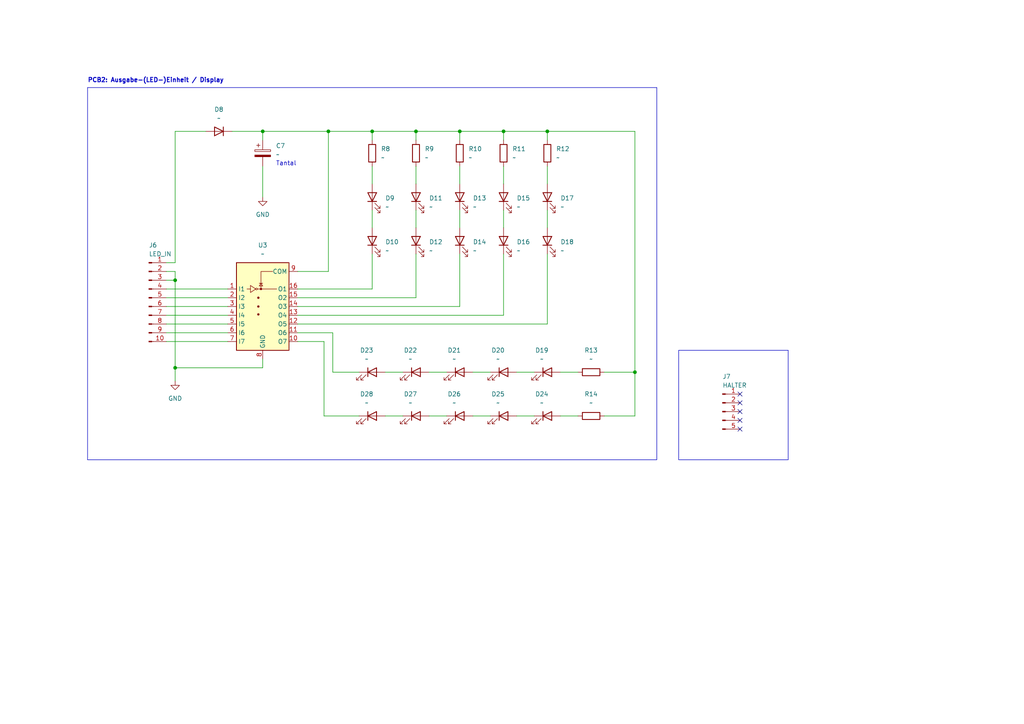
<source format=kicad_sch>
(kicad_sch
	(version 20231120)
	(generator "eeschema")
	(generator_version "8.0")
	(uuid "a9902f94-b1e8-4434-a71c-9b56824193e4")
	(paper "A4")
	(title_block
		(title "Carrera Start-Ampel \"Bäre(n)keller\"")
		(date "2023-01-10")
		(rev "1.0")
		(company "Andreas Wahl - Welzheim")
		(comment 1 "https://www.andreas-wahl.de/")
		(comment 4 "LICENSE: Attribution-NonCommercial-NoDerivatives 4.0 International (CC BY-NC-ND 4.0) ")
	)
	(lib_symbols
		(symbol "Connector:Conn_01x05_Pin"
			(pin_names
				(offset 1.016) hide)
			(exclude_from_sim no)
			(in_bom yes)
			(on_board yes)
			(property "Reference" "J"
				(at 0 7.62 0)
				(effects
					(font
						(size 1.27 1.27)
					)
				)
			)
			(property "Value" "Conn_01x05_Pin"
				(at 0 -7.62 0)
				(effects
					(font
						(size 1.27 1.27)
					)
				)
			)
			(property "Footprint" ""
				(at 0 0 0)
				(effects
					(font
						(size 1.27 1.27)
					)
					(hide yes)
				)
			)
			(property "Datasheet" "~"
				(at 0 0 0)
				(effects
					(font
						(size 1.27 1.27)
					)
					(hide yes)
				)
			)
			(property "Description" "Generic connector, single row, 01x05, script generated"
				(at 0 0 0)
				(effects
					(font
						(size 1.27 1.27)
					)
					(hide yes)
				)
			)
			(property "ki_locked" ""
				(at 0 0 0)
				(effects
					(font
						(size 1.27 1.27)
					)
				)
			)
			(property "ki_keywords" "connector"
				(at 0 0 0)
				(effects
					(font
						(size 1.27 1.27)
					)
					(hide yes)
				)
			)
			(property "ki_fp_filters" "Connector*:*_1x??_*"
				(at 0 0 0)
				(effects
					(font
						(size 1.27 1.27)
					)
					(hide yes)
				)
			)
			(symbol "Conn_01x05_Pin_1_1"
				(polyline
					(pts
						(xy 1.27 -5.08) (xy 0.8636 -5.08)
					)
					(stroke
						(width 0.1524)
						(type default)
					)
					(fill
						(type none)
					)
				)
				(polyline
					(pts
						(xy 1.27 -2.54) (xy 0.8636 -2.54)
					)
					(stroke
						(width 0.1524)
						(type default)
					)
					(fill
						(type none)
					)
				)
				(polyline
					(pts
						(xy 1.27 0) (xy 0.8636 0)
					)
					(stroke
						(width 0.1524)
						(type default)
					)
					(fill
						(type none)
					)
				)
				(polyline
					(pts
						(xy 1.27 2.54) (xy 0.8636 2.54)
					)
					(stroke
						(width 0.1524)
						(type default)
					)
					(fill
						(type none)
					)
				)
				(polyline
					(pts
						(xy 1.27 5.08) (xy 0.8636 5.08)
					)
					(stroke
						(width 0.1524)
						(type default)
					)
					(fill
						(type none)
					)
				)
				(rectangle
					(start 0.8636 -4.953)
					(end 0 -5.207)
					(stroke
						(width 0.1524)
						(type default)
					)
					(fill
						(type outline)
					)
				)
				(rectangle
					(start 0.8636 -2.413)
					(end 0 -2.667)
					(stroke
						(width 0.1524)
						(type default)
					)
					(fill
						(type outline)
					)
				)
				(rectangle
					(start 0.8636 0.127)
					(end 0 -0.127)
					(stroke
						(width 0.1524)
						(type default)
					)
					(fill
						(type outline)
					)
				)
				(rectangle
					(start 0.8636 2.667)
					(end 0 2.413)
					(stroke
						(width 0.1524)
						(type default)
					)
					(fill
						(type outline)
					)
				)
				(rectangle
					(start 0.8636 5.207)
					(end 0 4.953)
					(stroke
						(width 0.1524)
						(type default)
					)
					(fill
						(type outline)
					)
				)
				(pin passive line
					(at 5.08 5.08 180)
					(length 3.81)
					(name "Pin_1"
						(effects
							(font
								(size 1.27 1.27)
							)
						)
					)
					(number "1"
						(effects
							(font
								(size 1.27 1.27)
							)
						)
					)
				)
				(pin passive line
					(at 5.08 2.54 180)
					(length 3.81)
					(name "Pin_2"
						(effects
							(font
								(size 1.27 1.27)
							)
						)
					)
					(number "2"
						(effects
							(font
								(size 1.27 1.27)
							)
						)
					)
				)
				(pin passive line
					(at 5.08 0 180)
					(length 3.81)
					(name "Pin_3"
						(effects
							(font
								(size 1.27 1.27)
							)
						)
					)
					(number "3"
						(effects
							(font
								(size 1.27 1.27)
							)
						)
					)
				)
				(pin passive line
					(at 5.08 -2.54 180)
					(length 3.81)
					(name "Pin_4"
						(effects
							(font
								(size 1.27 1.27)
							)
						)
					)
					(number "4"
						(effects
							(font
								(size 1.27 1.27)
							)
						)
					)
				)
				(pin passive line
					(at 5.08 -5.08 180)
					(length 3.81)
					(name "Pin_5"
						(effects
							(font
								(size 1.27 1.27)
							)
						)
					)
					(number "5"
						(effects
							(font
								(size 1.27 1.27)
							)
						)
					)
				)
			)
		)
		(symbol "Connector:Conn_01x10_Pin"
			(pin_names
				(offset 1.016) hide)
			(exclude_from_sim no)
			(in_bom yes)
			(on_board yes)
			(property "Reference" "J"
				(at 0 12.7 0)
				(effects
					(font
						(size 1.27 1.27)
					)
				)
			)
			(property "Value" "Conn_01x10_Pin"
				(at 0 -15.24 0)
				(effects
					(font
						(size 1.27 1.27)
					)
				)
			)
			(property "Footprint" ""
				(at 0 0 0)
				(effects
					(font
						(size 1.27 1.27)
					)
					(hide yes)
				)
			)
			(property "Datasheet" "~"
				(at 0 0 0)
				(effects
					(font
						(size 1.27 1.27)
					)
					(hide yes)
				)
			)
			(property "Description" "Generic connector, single row, 01x10, script generated"
				(at 0 0 0)
				(effects
					(font
						(size 1.27 1.27)
					)
					(hide yes)
				)
			)
			(property "ki_locked" ""
				(at 0 0 0)
				(effects
					(font
						(size 1.27 1.27)
					)
				)
			)
			(property "ki_keywords" "connector"
				(at 0 0 0)
				(effects
					(font
						(size 1.27 1.27)
					)
					(hide yes)
				)
			)
			(property "ki_fp_filters" "Connector*:*_1x??_*"
				(at 0 0 0)
				(effects
					(font
						(size 1.27 1.27)
					)
					(hide yes)
				)
			)
			(symbol "Conn_01x10_Pin_1_1"
				(polyline
					(pts
						(xy 1.27 -12.7) (xy 0.8636 -12.7)
					)
					(stroke
						(width 0.1524)
						(type default)
					)
					(fill
						(type none)
					)
				)
				(polyline
					(pts
						(xy 1.27 -10.16) (xy 0.8636 -10.16)
					)
					(stroke
						(width 0.1524)
						(type default)
					)
					(fill
						(type none)
					)
				)
				(polyline
					(pts
						(xy 1.27 -7.62) (xy 0.8636 -7.62)
					)
					(stroke
						(width 0.1524)
						(type default)
					)
					(fill
						(type none)
					)
				)
				(polyline
					(pts
						(xy 1.27 -5.08) (xy 0.8636 -5.08)
					)
					(stroke
						(width 0.1524)
						(type default)
					)
					(fill
						(type none)
					)
				)
				(polyline
					(pts
						(xy 1.27 -2.54) (xy 0.8636 -2.54)
					)
					(stroke
						(width 0.1524)
						(type default)
					)
					(fill
						(type none)
					)
				)
				(polyline
					(pts
						(xy 1.27 0) (xy 0.8636 0)
					)
					(stroke
						(width 0.1524)
						(type default)
					)
					(fill
						(type none)
					)
				)
				(polyline
					(pts
						(xy 1.27 2.54) (xy 0.8636 2.54)
					)
					(stroke
						(width 0.1524)
						(type default)
					)
					(fill
						(type none)
					)
				)
				(polyline
					(pts
						(xy 1.27 5.08) (xy 0.8636 5.08)
					)
					(stroke
						(width 0.1524)
						(type default)
					)
					(fill
						(type none)
					)
				)
				(polyline
					(pts
						(xy 1.27 7.62) (xy 0.8636 7.62)
					)
					(stroke
						(width 0.1524)
						(type default)
					)
					(fill
						(type none)
					)
				)
				(polyline
					(pts
						(xy 1.27 10.16) (xy 0.8636 10.16)
					)
					(stroke
						(width 0.1524)
						(type default)
					)
					(fill
						(type none)
					)
				)
				(rectangle
					(start 0.8636 -12.573)
					(end 0 -12.827)
					(stroke
						(width 0.1524)
						(type default)
					)
					(fill
						(type outline)
					)
				)
				(rectangle
					(start 0.8636 -10.033)
					(end 0 -10.287)
					(stroke
						(width 0.1524)
						(type default)
					)
					(fill
						(type outline)
					)
				)
				(rectangle
					(start 0.8636 -7.493)
					(end 0 -7.747)
					(stroke
						(width 0.1524)
						(type default)
					)
					(fill
						(type outline)
					)
				)
				(rectangle
					(start 0.8636 -4.953)
					(end 0 -5.207)
					(stroke
						(width 0.1524)
						(type default)
					)
					(fill
						(type outline)
					)
				)
				(rectangle
					(start 0.8636 -2.413)
					(end 0 -2.667)
					(stroke
						(width 0.1524)
						(type default)
					)
					(fill
						(type outline)
					)
				)
				(rectangle
					(start 0.8636 0.127)
					(end 0 -0.127)
					(stroke
						(width 0.1524)
						(type default)
					)
					(fill
						(type outline)
					)
				)
				(rectangle
					(start 0.8636 2.667)
					(end 0 2.413)
					(stroke
						(width 0.1524)
						(type default)
					)
					(fill
						(type outline)
					)
				)
				(rectangle
					(start 0.8636 5.207)
					(end 0 4.953)
					(stroke
						(width 0.1524)
						(type default)
					)
					(fill
						(type outline)
					)
				)
				(rectangle
					(start 0.8636 7.747)
					(end 0 7.493)
					(stroke
						(width 0.1524)
						(type default)
					)
					(fill
						(type outline)
					)
				)
				(rectangle
					(start 0.8636 10.287)
					(end 0 10.033)
					(stroke
						(width 0.1524)
						(type default)
					)
					(fill
						(type outline)
					)
				)
				(pin passive line
					(at 5.08 10.16 180)
					(length 3.81)
					(name "Pin_1"
						(effects
							(font
								(size 1.27 1.27)
							)
						)
					)
					(number "1"
						(effects
							(font
								(size 1.27 1.27)
							)
						)
					)
				)
				(pin passive line
					(at 5.08 -12.7 180)
					(length 3.81)
					(name "Pin_10"
						(effects
							(font
								(size 1.27 1.27)
							)
						)
					)
					(number "10"
						(effects
							(font
								(size 1.27 1.27)
							)
						)
					)
				)
				(pin passive line
					(at 5.08 7.62 180)
					(length 3.81)
					(name "Pin_2"
						(effects
							(font
								(size 1.27 1.27)
							)
						)
					)
					(number "2"
						(effects
							(font
								(size 1.27 1.27)
							)
						)
					)
				)
				(pin passive line
					(at 5.08 5.08 180)
					(length 3.81)
					(name "Pin_3"
						(effects
							(font
								(size 1.27 1.27)
							)
						)
					)
					(number "3"
						(effects
							(font
								(size 1.27 1.27)
							)
						)
					)
				)
				(pin passive line
					(at 5.08 2.54 180)
					(length 3.81)
					(name "Pin_4"
						(effects
							(font
								(size 1.27 1.27)
							)
						)
					)
					(number "4"
						(effects
							(font
								(size 1.27 1.27)
							)
						)
					)
				)
				(pin passive line
					(at 5.08 0 180)
					(length 3.81)
					(name "Pin_5"
						(effects
							(font
								(size 1.27 1.27)
							)
						)
					)
					(number "5"
						(effects
							(font
								(size 1.27 1.27)
							)
						)
					)
				)
				(pin passive line
					(at 5.08 -2.54 180)
					(length 3.81)
					(name "Pin_6"
						(effects
							(font
								(size 1.27 1.27)
							)
						)
					)
					(number "6"
						(effects
							(font
								(size 1.27 1.27)
							)
						)
					)
				)
				(pin passive line
					(at 5.08 -5.08 180)
					(length 3.81)
					(name "Pin_7"
						(effects
							(font
								(size 1.27 1.27)
							)
						)
					)
					(number "7"
						(effects
							(font
								(size 1.27 1.27)
							)
						)
					)
				)
				(pin passive line
					(at 5.08 -7.62 180)
					(length 3.81)
					(name "Pin_8"
						(effects
							(font
								(size 1.27 1.27)
							)
						)
					)
					(number "8"
						(effects
							(font
								(size 1.27 1.27)
							)
						)
					)
				)
				(pin passive line
					(at 5.08 -10.16 180)
					(length 3.81)
					(name "Pin_9"
						(effects
							(font
								(size 1.27 1.27)
							)
						)
					)
					(number "9"
						(effects
							(font
								(size 1.27 1.27)
							)
						)
					)
				)
			)
		)
		(symbol "Device:C_Polarized"
			(pin_numbers hide)
			(pin_names
				(offset 0.254)
			)
			(exclude_from_sim no)
			(in_bom yes)
			(on_board yes)
			(property "Reference" "C"
				(at 0.635 2.54 0)
				(effects
					(font
						(size 1.27 1.27)
					)
					(justify left)
				)
			)
			(property "Value" "C_Polarized"
				(at 0.635 -2.54 0)
				(effects
					(font
						(size 1.27 1.27)
					)
					(justify left)
				)
			)
			(property "Footprint" ""
				(at 0.9652 -3.81 0)
				(effects
					(font
						(size 1.27 1.27)
					)
					(hide yes)
				)
			)
			(property "Datasheet" "~"
				(at 0 0 0)
				(effects
					(font
						(size 1.27 1.27)
					)
					(hide yes)
				)
			)
			(property "Description" "Polarized capacitor"
				(at 0 0 0)
				(effects
					(font
						(size 1.27 1.27)
					)
					(hide yes)
				)
			)
			(property "ki_keywords" "cap capacitor"
				(at 0 0 0)
				(effects
					(font
						(size 1.27 1.27)
					)
					(hide yes)
				)
			)
			(property "ki_fp_filters" "CP_*"
				(at 0 0 0)
				(effects
					(font
						(size 1.27 1.27)
					)
					(hide yes)
				)
			)
			(symbol "C_Polarized_0_1"
				(rectangle
					(start -2.286 0.508)
					(end 2.286 1.016)
					(stroke
						(width 0)
						(type default)
					)
					(fill
						(type none)
					)
				)
				(polyline
					(pts
						(xy -1.778 2.286) (xy -0.762 2.286)
					)
					(stroke
						(width 0)
						(type default)
					)
					(fill
						(type none)
					)
				)
				(polyline
					(pts
						(xy -1.27 2.794) (xy -1.27 1.778)
					)
					(stroke
						(width 0)
						(type default)
					)
					(fill
						(type none)
					)
				)
				(rectangle
					(start 2.286 -0.508)
					(end -2.286 -1.016)
					(stroke
						(width 0)
						(type default)
					)
					(fill
						(type outline)
					)
				)
			)
			(symbol "C_Polarized_1_1"
				(pin passive line
					(at 0 3.81 270)
					(length 2.794)
					(name "~"
						(effects
							(font
								(size 1.27 1.27)
							)
						)
					)
					(number "1"
						(effects
							(font
								(size 1.27 1.27)
							)
						)
					)
				)
				(pin passive line
					(at 0 -3.81 90)
					(length 2.794)
					(name "~"
						(effects
							(font
								(size 1.27 1.27)
							)
						)
					)
					(number "2"
						(effects
							(font
								(size 1.27 1.27)
							)
						)
					)
				)
			)
		)
		(symbol "Device:LED"
			(pin_numbers hide)
			(pin_names
				(offset 1.016) hide)
			(exclude_from_sim no)
			(in_bom yes)
			(on_board yes)
			(property "Reference" "D"
				(at 0 2.54 0)
				(effects
					(font
						(size 1.27 1.27)
					)
				)
			)
			(property "Value" "LED"
				(at 0 -2.54 0)
				(effects
					(font
						(size 1.27 1.27)
					)
				)
			)
			(property "Footprint" ""
				(at 0 0 0)
				(effects
					(font
						(size 1.27 1.27)
					)
					(hide yes)
				)
			)
			(property "Datasheet" "~"
				(at 0 0 0)
				(effects
					(font
						(size 1.27 1.27)
					)
					(hide yes)
				)
			)
			(property "Description" "Light emitting diode"
				(at 0 0 0)
				(effects
					(font
						(size 1.27 1.27)
					)
					(hide yes)
				)
			)
			(property "ki_keywords" "LED diode"
				(at 0 0 0)
				(effects
					(font
						(size 1.27 1.27)
					)
					(hide yes)
				)
			)
			(property "ki_fp_filters" "LED* LED_SMD:* LED_THT:*"
				(at 0 0 0)
				(effects
					(font
						(size 1.27 1.27)
					)
					(hide yes)
				)
			)
			(symbol "LED_0_1"
				(polyline
					(pts
						(xy -1.27 -1.27) (xy -1.27 1.27)
					)
					(stroke
						(width 0.254)
						(type default)
					)
					(fill
						(type none)
					)
				)
				(polyline
					(pts
						(xy -1.27 0) (xy 1.27 0)
					)
					(stroke
						(width 0)
						(type default)
					)
					(fill
						(type none)
					)
				)
				(polyline
					(pts
						(xy 1.27 -1.27) (xy 1.27 1.27) (xy -1.27 0) (xy 1.27 -1.27)
					)
					(stroke
						(width 0.254)
						(type default)
					)
					(fill
						(type none)
					)
				)
				(polyline
					(pts
						(xy -3.048 -0.762) (xy -4.572 -2.286) (xy -3.81 -2.286) (xy -4.572 -2.286) (xy -4.572 -1.524)
					)
					(stroke
						(width 0)
						(type default)
					)
					(fill
						(type none)
					)
				)
				(polyline
					(pts
						(xy -1.778 -0.762) (xy -3.302 -2.286) (xy -2.54 -2.286) (xy -3.302 -2.286) (xy -3.302 -1.524)
					)
					(stroke
						(width 0)
						(type default)
					)
					(fill
						(type none)
					)
				)
			)
			(symbol "LED_1_1"
				(pin passive line
					(at -3.81 0 0)
					(length 2.54)
					(name "K"
						(effects
							(font
								(size 1.27 1.27)
							)
						)
					)
					(number "1"
						(effects
							(font
								(size 1.27 1.27)
							)
						)
					)
				)
				(pin passive line
					(at 3.81 0 180)
					(length 2.54)
					(name "A"
						(effects
							(font
								(size 1.27 1.27)
							)
						)
					)
					(number "2"
						(effects
							(font
								(size 1.27 1.27)
							)
						)
					)
				)
			)
		)
		(symbol "Device:R"
			(pin_numbers hide)
			(pin_names
				(offset 0)
			)
			(exclude_from_sim no)
			(in_bom yes)
			(on_board yes)
			(property "Reference" "R"
				(at 2.032 0 90)
				(effects
					(font
						(size 1.27 1.27)
					)
				)
			)
			(property "Value" "R"
				(at 0 0 90)
				(effects
					(font
						(size 1.27 1.27)
					)
				)
			)
			(property "Footprint" ""
				(at -1.778 0 90)
				(effects
					(font
						(size 1.27 1.27)
					)
					(hide yes)
				)
			)
			(property "Datasheet" "~"
				(at 0 0 0)
				(effects
					(font
						(size 1.27 1.27)
					)
					(hide yes)
				)
			)
			(property "Description" "Resistor"
				(at 0 0 0)
				(effects
					(font
						(size 1.27 1.27)
					)
					(hide yes)
				)
			)
			(property "ki_keywords" "R res resistor"
				(at 0 0 0)
				(effects
					(font
						(size 1.27 1.27)
					)
					(hide yes)
				)
			)
			(property "ki_fp_filters" "R_*"
				(at 0 0 0)
				(effects
					(font
						(size 1.27 1.27)
					)
					(hide yes)
				)
			)
			(symbol "R_0_1"
				(rectangle
					(start -1.016 -2.54)
					(end 1.016 2.54)
					(stroke
						(width 0.254)
						(type default)
					)
					(fill
						(type none)
					)
				)
			)
			(symbol "R_1_1"
				(pin passive line
					(at 0 3.81 270)
					(length 1.27)
					(name "~"
						(effects
							(font
								(size 1.27 1.27)
							)
						)
					)
					(number "1"
						(effects
							(font
								(size 1.27 1.27)
							)
						)
					)
				)
				(pin passive line
					(at 0 -3.81 90)
					(length 1.27)
					(name "~"
						(effects
							(font
								(size 1.27 1.27)
							)
						)
					)
					(number "2"
						(effects
							(font
								(size 1.27 1.27)
							)
						)
					)
				)
			)
		)
		(symbol "Diode:1N4001"
			(pin_numbers hide)
			(pin_names hide)
			(exclude_from_sim no)
			(in_bom yes)
			(on_board yes)
			(property "Reference" "D"
				(at 0 2.54 0)
				(effects
					(font
						(size 1.27 1.27)
					)
				)
			)
			(property "Value" "1N4001"
				(at 0 -2.54 0)
				(effects
					(font
						(size 1.27 1.27)
					)
				)
			)
			(property "Footprint" "Diode_THT:D_DO-41_SOD81_P10.16mm_Horizontal"
				(at 0 0 0)
				(effects
					(font
						(size 1.27 1.27)
					)
					(hide yes)
				)
			)
			(property "Datasheet" "http://www.vishay.com/docs/88503/1n4001.pdf"
				(at 0 0 0)
				(effects
					(font
						(size 1.27 1.27)
					)
					(hide yes)
				)
			)
			(property "Description" "50V 1A General Purpose Rectifier Diode, DO-41"
				(at 0 0 0)
				(effects
					(font
						(size 1.27 1.27)
					)
					(hide yes)
				)
			)
			(property "Sim.Device" "D"
				(at 0 0 0)
				(effects
					(font
						(size 1.27 1.27)
					)
					(hide yes)
				)
			)
			(property "Sim.Pins" "1=K 2=A"
				(at 0 0 0)
				(effects
					(font
						(size 1.27 1.27)
					)
					(hide yes)
				)
			)
			(property "ki_keywords" "diode"
				(at 0 0 0)
				(effects
					(font
						(size 1.27 1.27)
					)
					(hide yes)
				)
			)
			(property "ki_fp_filters" "D*DO?41*"
				(at 0 0 0)
				(effects
					(font
						(size 1.27 1.27)
					)
					(hide yes)
				)
			)
			(symbol "1N4001_0_1"
				(polyline
					(pts
						(xy -1.27 1.27) (xy -1.27 -1.27)
					)
					(stroke
						(width 0.254)
						(type default)
					)
					(fill
						(type none)
					)
				)
				(polyline
					(pts
						(xy 1.27 0) (xy -1.27 0)
					)
					(stroke
						(width 0)
						(type default)
					)
					(fill
						(type none)
					)
				)
				(polyline
					(pts
						(xy 1.27 1.27) (xy 1.27 -1.27) (xy -1.27 0) (xy 1.27 1.27)
					)
					(stroke
						(width 0.254)
						(type default)
					)
					(fill
						(type none)
					)
				)
			)
			(symbol "1N4001_1_1"
				(pin passive line
					(at -3.81 0 0)
					(length 2.54)
					(name "K"
						(effects
							(font
								(size 1.27 1.27)
							)
						)
					)
					(number "1"
						(effects
							(font
								(size 1.27 1.27)
							)
						)
					)
				)
				(pin passive line
					(at 3.81 0 180)
					(length 2.54)
					(name "A"
						(effects
							(font
								(size 1.27 1.27)
							)
						)
					)
					(number "2"
						(effects
							(font
								(size 1.27 1.27)
							)
						)
					)
				)
			)
		)
		(symbol "Transistor_Array:ULN2003A"
			(exclude_from_sim no)
			(in_bom yes)
			(on_board yes)
			(property "Reference" "U"
				(at 0 15.875 0)
				(effects
					(font
						(size 1.27 1.27)
					)
				)
			)
			(property "Value" "ULN2003A"
				(at 0 13.97 0)
				(effects
					(font
						(size 1.27 1.27)
					)
				)
			)
			(property "Footprint" ""
				(at 1.27 -13.97 0)
				(effects
					(font
						(size 1.27 1.27)
					)
					(justify left)
					(hide yes)
				)
			)
			(property "Datasheet" "http://www.ti.com/lit/ds/symlink/uln2003a.pdf"
				(at 2.54 -5.08 0)
				(effects
					(font
						(size 1.27 1.27)
					)
					(hide yes)
				)
			)
			(property "Description" "High Voltage, High Current Darlington Transistor Arrays, SOIC16/SOIC16W/DIP16/TSSOP16"
				(at 0 0 0)
				(effects
					(font
						(size 1.27 1.27)
					)
					(hide yes)
				)
			)
			(property "ki_keywords" "darlington transistor array"
				(at 0 0 0)
				(effects
					(font
						(size 1.27 1.27)
					)
					(hide yes)
				)
			)
			(property "ki_fp_filters" "DIP*W7.62mm* SOIC*3.9x9.9mm*P1.27mm* SSOP*4.4x5.2mm*P0.65mm* TSSOP*4.4x5mm*P0.65mm* SOIC*W*5.3x10.2mm*P1.27mm*"
				(at 0 0 0)
				(effects
					(font
						(size 1.27 1.27)
					)
					(hide yes)
				)
			)
			(symbol "ULN2003A_0_1"
				(rectangle
					(start -7.62 -12.7)
					(end 7.62 12.7)
					(stroke
						(width 0.254)
						(type default)
					)
					(fill
						(type background)
					)
				)
				(circle
					(center -1.778 5.08)
					(radius 0.254)
					(stroke
						(width 0)
						(type default)
					)
					(fill
						(type none)
					)
				)
				(circle
					(center -1.27 -2.286)
					(radius 0.254)
					(stroke
						(width 0)
						(type default)
					)
					(fill
						(type outline)
					)
				)
				(circle
					(center -1.27 0)
					(radius 0.254)
					(stroke
						(width 0)
						(type default)
					)
					(fill
						(type outline)
					)
				)
				(circle
					(center -1.27 2.54)
					(radius 0.254)
					(stroke
						(width 0)
						(type default)
					)
					(fill
						(type outline)
					)
				)
				(circle
					(center -0.508 5.08)
					(radius 0.254)
					(stroke
						(width 0)
						(type default)
					)
					(fill
						(type outline)
					)
				)
				(polyline
					(pts
						(xy -4.572 5.08) (xy -3.556 5.08)
					)
					(stroke
						(width 0)
						(type default)
					)
					(fill
						(type none)
					)
				)
				(polyline
					(pts
						(xy -1.524 5.08) (xy 4.064 5.08)
					)
					(stroke
						(width 0)
						(type default)
					)
					(fill
						(type none)
					)
				)
				(polyline
					(pts
						(xy 0 6.731) (xy -1.016 6.731)
					)
					(stroke
						(width 0)
						(type default)
					)
					(fill
						(type none)
					)
				)
				(polyline
					(pts
						(xy -0.508 5.08) (xy -0.508 10.16) (xy 2.921 10.16)
					)
					(stroke
						(width 0)
						(type default)
					)
					(fill
						(type none)
					)
				)
				(polyline
					(pts
						(xy -3.556 6.096) (xy -3.556 4.064) (xy -2.032 5.08) (xy -3.556 6.096)
					)
					(stroke
						(width 0)
						(type default)
					)
					(fill
						(type none)
					)
				)
				(polyline
					(pts
						(xy 0 5.969) (xy -1.016 5.969) (xy -0.508 6.731) (xy 0 5.969)
					)
					(stroke
						(width 0)
						(type default)
					)
					(fill
						(type none)
					)
				)
			)
			(symbol "ULN2003A_1_1"
				(pin input line
					(at -10.16 5.08 0)
					(length 2.54)
					(name "I1"
						(effects
							(font
								(size 1.27 1.27)
							)
						)
					)
					(number "1"
						(effects
							(font
								(size 1.27 1.27)
							)
						)
					)
				)
				(pin open_collector line
					(at 10.16 -10.16 180)
					(length 2.54)
					(name "O7"
						(effects
							(font
								(size 1.27 1.27)
							)
						)
					)
					(number "10"
						(effects
							(font
								(size 1.27 1.27)
							)
						)
					)
				)
				(pin open_collector line
					(at 10.16 -7.62 180)
					(length 2.54)
					(name "O6"
						(effects
							(font
								(size 1.27 1.27)
							)
						)
					)
					(number "11"
						(effects
							(font
								(size 1.27 1.27)
							)
						)
					)
				)
				(pin open_collector line
					(at 10.16 -5.08 180)
					(length 2.54)
					(name "O5"
						(effects
							(font
								(size 1.27 1.27)
							)
						)
					)
					(number "12"
						(effects
							(font
								(size 1.27 1.27)
							)
						)
					)
				)
				(pin open_collector line
					(at 10.16 -2.54 180)
					(length 2.54)
					(name "O4"
						(effects
							(font
								(size 1.27 1.27)
							)
						)
					)
					(number "13"
						(effects
							(font
								(size 1.27 1.27)
							)
						)
					)
				)
				(pin open_collector line
					(at 10.16 0 180)
					(length 2.54)
					(name "O3"
						(effects
							(font
								(size 1.27 1.27)
							)
						)
					)
					(number "14"
						(effects
							(font
								(size 1.27 1.27)
							)
						)
					)
				)
				(pin open_collector line
					(at 10.16 2.54 180)
					(length 2.54)
					(name "O2"
						(effects
							(font
								(size 1.27 1.27)
							)
						)
					)
					(number "15"
						(effects
							(font
								(size 1.27 1.27)
							)
						)
					)
				)
				(pin open_collector line
					(at 10.16 5.08 180)
					(length 2.54)
					(name "O1"
						(effects
							(font
								(size 1.27 1.27)
							)
						)
					)
					(number "16"
						(effects
							(font
								(size 1.27 1.27)
							)
						)
					)
				)
				(pin input line
					(at -10.16 2.54 0)
					(length 2.54)
					(name "I2"
						(effects
							(font
								(size 1.27 1.27)
							)
						)
					)
					(number "2"
						(effects
							(font
								(size 1.27 1.27)
							)
						)
					)
				)
				(pin input line
					(at -10.16 0 0)
					(length 2.54)
					(name "I3"
						(effects
							(font
								(size 1.27 1.27)
							)
						)
					)
					(number "3"
						(effects
							(font
								(size 1.27 1.27)
							)
						)
					)
				)
				(pin input line
					(at -10.16 -2.54 0)
					(length 2.54)
					(name "I4"
						(effects
							(font
								(size 1.27 1.27)
							)
						)
					)
					(number "4"
						(effects
							(font
								(size 1.27 1.27)
							)
						)
					)
				)
				(pin input line
					(at -10.16 -5.08 0)
					(length 2.54)
					(name "I5"
						(effects
							(font
								(size 1.27 1.27)
							)
						)
					)
					(number "5"
						(effects
							(font
								(size 1.27 1.27)
							)
						)
					)
				)
				(pin input line
					(at -10.16 -7.62 0)
					(length 2.54)
					(name "I6"
						(effects
							(font
								(size 1.27 1.27)
							)
						)
					)
					(number "6"
						(effects
							(font
								(size 1.27 1.27)
							)
						)
					)
				)
				(pin input line
					(at -10.16 -10.16 0)
					(length 2.54)
					(name "I7"
						(effects
							(font
								(size 1.27 1.27)
							)
						)
					)
					(number "7"
						(effects
							(font
								(size 1.27 1.27)
							)
						)
					)
				)
				(pin power_in line
					(at 0 -15.24 90)
					(length 2.54)
					(name "GND"
						(effects
							(font
								(size 1.27 1.27)
							)
						)
					)
					(number "8"
						(effects
							(font
								(size 1.27 1.27)
							)
						)
					)
				)
				(pin passive line
					(at 10.16 10.16 180)
					(length 2.54)
					(name "COM"
						(effects
							(font
								(size 1.27 1.27)
							)
						)
					)
					(number "9"
						(effects
							(font
								(size 1.27 1.27)
							)
						)
					)
				)
			)
		)
		(symbol "power:GND"
			(power)
			(pin_names
				(offset 0)
			)
			(exclude_from_sim no)
			(in_bom yes)
			(on_board yes)
			(property "Reference" "#PWR"
				(at 0 -6.35 0)
				(effects
					(font
						(size 1.27 1.27)
					)
					(hide yes)
				)
			)
			(property "Value" "GND"
				(at 0 -3.81 0)
				(effects
					(font
						(size 1.27 1.27)
					)
				)
			)
			(property "Footprint" ""
				(at 0 0 0)
				(effects
					(font
						(size 1.27 1.27)
					)
					(hide yes)
				)
			)
			(property "Datasheet" ""
				(at 0 0 0)
				(effects
					(font
						(size 1.27 1.27)
					)
					(hide yes)
				)
			)
			(property "Description" "Power symbol creates a global label with name \"GND\" , ground"
				(at 0 0 0)
				(effects
					(font
						(size 1.27 1.27)
					)
					(hide yes)
				)
			)
			(property "ki_keywords" "global power"
				(at 0 0 0)
				(effects
					(font
						(size 1.27 1.27)
					)
					(hide yes)
				)
			)
			(symbol "GND_0_1"
				(polyline
					(pts
						(xy 0 0) (xy 0 -1.27) (xy 1.27 -1.27) (xy 0 -2.54) (xy -1.27 -1.27) (xy 0 -1.27)
					)
					(stroke
						(width 0)
						(type default)
					)
					(fill
						(type none)
					)
				)
			)
			(symbol "GND_1_1"
				(pin power_in line
					(at 0 0 270)
					(length 0) hide
					(name "GND"
						(effects
							(font
								(size 1.27 1.27)
							)
						)
					)
					(number "1"
						(effects
							(font
								(size 1.27 1.27)
							)
						)
					)
				)
			)
		)
	)
	(junction
		(at 133.35 38.1)
		(diameter 0)
		(color 0 0 0 0)
		(uuid "2cfd367a-dc2d-4c85-aee4-a87d7348cfc2")
	)
	(junction
		(at 107.95 38.1)
		(diameter 0)
		(color 0 0 0 0)
		(uuid "3b7db37a-d769-4fac-b602-a5f4d63834e2")
	)
	(junction
		(at 120.65 38.1)
		(diameter 0)
		(color 0 0 0 0)
		(uuid "7c777ee0-4205-41df-9aef-4a33801b7712")
	)
	(junction
		(at 50.8 81.28)
		(diameter 0)
		(color 0 0 0 0)
		(uuid "9c2610aa-f348-4183-b114-eb827c664fe7")
	)
	(junction
		(at 50.8 106.68)
		(diameter 0)
		(color 0 0 0 0)
		(uuid "a11d0771-5923-4b16-b6ef-ebd1393a8827")
	)
	(junction
		(at 158.75 38.1)
		(diameter 0)
		(color 0 0 0 0)
		(uuid "af1b8dc9-f063-42ee-b1ff-4bbfac7e013a")
	)
	(junction
		(at 146.05 38.1)
		(diameter 0)
		(color 0 0 0 0)
		(uuid "ce62a661-e511-40cb-9d87-32a635f91412")
	)
	(junction
		(at 95.25 38.1)
		(diameter 0)
		(color 0 0 0 0)
		(uuid "de6cf4b0-2be1-476d-aa5b-b6f6fe7859ad")
	)
	(junction
		(at 76.2 38.1)
		(diameter 0)
		(color 0 0 0 0)
		(uuid "fd191585-5b19-4a92-ae0d-2d1b61636f3f")
	)
	(junction
		(at 184.15 107.95)
		(diameter 0)
		(color 0 0 0 0)
		(uuid "ff39bc66-5d68-4043-99c3-406181cc1a45")
	)
	(no_connect
		(at 214.63 124.46)
		(uuid "f3fe3c43-b011-42ae-a545-32e35f0f1682")
	)
	(no_connect
		(at 214.63 121.92)
		(uuid "f3fe3c43-b011-42ae-a545-32e35f0f1683")
	)
	(no_connect
		(at 214.63 114.3)
		(uuid "f3fe3c43-b011-42ae-a545-32e35f0f1684")
	)
	(no_connect
		(at 214.63 119.38)
		(uuid "f3fe3c43-b011-42ae-a545-32e35f0f1685")
	)
	(no_connect
		(at 214.63 116.84)
		(uuid "f3fe3c43-b011-42ae-a545-32e35f0f1686")
	)
	(wire
		(pts
			(xy 167.64 107.95) (xy 162.56 107.95)
		)
		(stroke
			(width 0)
			(type default)
		)
		(uuid "0006ad43-2e29-466c-87de-e10ea4c5d6ef")
	)
	(wire
		(pts
			(xy 48.26 88.9) (xy 66.04 88.9)
		)
		(stroke
			(width 0)
			(type default)
		)
		(uuid "0120b0d6-e993-40f7-8385-e9dc43dd07a4")
	)
	(wire
		(pts
			(xy 86.36 93.98) (xy 158.75 93.98)
		)
		(stroke
			(width 0)
			(type default)
		)
		(uuid "061bf223-50b4-45be-941a-02a7167bd93b")
	)
	(wire
		(pts
			(xy 129.54 107.95) (xy 124.46 107.95)
		)
		(stroke
			(width 0)
			(type default)
		)
		(uuid "0a03c0cd-78e6-4fda-ab91-e17a846bec71")
	)
	(wire
		(pts
			(xy 76.2 38.1) (xy 76.2 40.64)
		)
		(stroke
			(width 0)
			(type default)
		)
		(uuid "0d08c8f8-4944-4372-9370-12d140eaa24f")
	)
	(wire
		(pts
			(xy 48.26 81.28) (xy 50.8 81.28)
		)
		(stroke
			(width 0)
			(type default)
		)
		(uuid "0ddd5172-7d51-42c6-939b-4c29a3eeec67")
	)
	(wire
		(pts
			(xy 86.36 99.06) (xy 93.98 99.06)
		)
		(stroke
			(width 0)
			(type default)
		)
		(uuid "0f652cef-4b68-4c22-8e67-bf26d6cb9ec3")
	)
	(wire
		(pts
			(xy 107.95 83.82) (xy 107.95 73.66)
		)
		(stroke
			(width 0)
			(type default)
		)
		(uuid "12e68dac-2434-4957-8dd5-e70394d8ae95")
	)
	(wire
		(pts
			(xy 158.75 93.98) (xy 158.75 73.66)
		)
		(stroke
			(width 0)
			(type default)
		)
		(uuid "15b4aad8-74a9-41b7-b76f-f641bb08424e")
	)
	(wire
		(pts
			(xy 50.8 38.1) (xy 50.8 76.2)
		)
		(stroke
			(width 0)
			(type default)
		)
		(uuid "18ce8fc0-a979-49dd-a47a-0d1f14c45168")
	)
	(wire
		(pts
			(xy 146.05 91.44) (xy 146.05 73.66)
		)
		(stroke
			(width 0)
			(type default)
		)
		(uuid "1d3474b8-10b3-47bf-9fe3-4d9c93e564c3")
	)
	(wire
		(pts
			(xy 48.26 96.52) (xy 66.04 96.52)
		)
		(stroke
			(width 0)
			(type default)
		)
		(uuid "1e9ccba8-8a4a-42bc-92e2-1e204496cacd")
	)
	(wire
		(pts
			(xy 154.94 107.95) (xy 149.86 107.95)
		)
		(stroke
			(width 0)
			(type default)
		)
		(uuid "1f16c2bb-ab0f-46d7-b50b-253f80e43175")
	)
	(polyline
		(pts
			(xy 228.6 133.35) (xy 228.6 101.6)
		)
		(stroke
			(width 0)
			(type default)
		)
		(uuid "20aa3982-0c89-4923-a6c0-87dcd0ac0448")
	)
	(wire
		(pts
			(xy 95.25 38.1) (xy 107.95 38.1)
		)
		(stroke
			(width 0)
			(type default)
		)
		(uuid "2160026d-0551-4385-90ac-5ee55f1631c1")
	)
	(wire
		(pts
			(xy 76.2 106.68) (xy 50.8 106.68)
		)
		(stroke
			(width 0)
			(type default)
		)
		(uuid "2841001d-d17b-4963-9e5c-eb53c7673d86")
	)
	(wire
		(pts
			(xy 133.35 48.26) (xy 133.35 53.34)
		)
		(stroke
			(width 0)
			(type default)
		)
		(uuid "2ed3b499-6771-4850-ac51-1f8b0216b6f0")
	)
	(wire
		(pts
			(xy 184.15 120.65) (xy 184.15 107.95)
		)
		(stroke
			(width 0)
			(type default)
		)
		(uuid "2fd799f8-9820-469d-8c54-07ce92491268")
	)
	(wire
		(pts
			(xy 86.36 96.52) (xy 96.52 96.52)
		)
		(stroke
			(width 0)
			(type default)
		)
		(uuid "368dda9c-d5b4-4db7-9085-1a4823e3f0f1")
	)
	(wire
		(pts
			(xy 120.65 48.26) (xy 120.65 53.34)
		)
		(stroke
			(width 0)
			(type default)
		)
		(uuid "377e0ee3-7827-4867-accf-168b25cd58a7")
	)
	(polyline
		(pts
			(xy 190.5 25.4) (xy 190.5 133.35)
		)
		(stroke
			(width 0)
			(type default)
		)
		(uuid "40ccf1f0-c0b3-4b4f-8f59-cd58541b9064")
	)
	(wire
		(pts
			(xy 129.54 120.65) (xy 124.46 120.65)
		)
		(stroke
			(width 0)
			(type default)
		)
		(uuid "410ba996-70f7-4fed-b250-69f49b39f3df")
	)
	(wire
		(pts
			(xy 76.2 48.26) (xy 76.2 57.15)
		)
		(stroke
			(width 0)
			(type default)
		)
		(uuid "471389a5-4145-4326-989f-af301ea00a06")
	)
	(wire
		(pts
			(xy 86.36 86.36) (xy 120.65 86.36)
		)
		(stroke
			(width 0)
			(type default)
		)
		(uuid "47d9d1e7-019b-4f96-9a13-9f1d0125237c")
	)
	(wire
		(pts
			(xy 133.35 88.9) (xy 133.35 73.66)
		)
		(stroke
			(width 0)
			(type default)
		)
		(uuid "52f39ad5-ae6c-480b-a52f-8f4d3a3483b4")
	)
	(wire
		(pts
			(xy 116.84 107.95) (xy 111.76 107.95)
		)
		(stroke
			(width 0)
			(type default)
		)
		(uuid "55602ad1-0d01-4e39-b0bd-3654fcc258f3")
	)
	(wire
		(pts
			(xy 96.52 96.52) (xy 96.52 107.95)
		)
		(stroke
			(width 0)
			(type default)
		)
		(uuid "55795ed3-c203-4655-910a-e5491397871d")
	)
	(wire
		(pts
			(xy 116.84 120.65) (xy 111.76 120.65)
		)
		(stroke
			(width 0)
			(type default)
		)
		(uuid "57e0c085-bc73-4455-9d37-7185853c9e18")
	)
	(wire
		(pts
			(xy 86.36 83.82) (xy 107.95 83.82)
		)
		(stroke
			(width 0)
			(type default)
		)
		(uuid "59e995bb-522b-4c92-a5f2-efbbe5009cbb")
	)
	(wire
		(pts
			(xy 146.05 38.1) (xy 158.75 38.1)
		)
		(stroke
			(width 0)
			(type default)
		)
		(uuid "5e555205-8434-4a63-a72b-83bc0415d87a")
	)
	(wire
		(pts
			(xy 146.05 48.26) (xy 146.05 53.34)
		)
		(stroke
			(width 0)
			(type default)
		)
		(uuid "62336632-dd50-4543-9303-773b98fa7c88")
	)
	(wire
		(pts
			(xy 76.2 104.14) (xy 76.2 106.68)
		)
		(stroke
			(width 0)
			(type default)
		)
		(uuid "67c84900-f0bc-4178-b066-cd7e9287edf9")
	)
	(wire
		(pts
			(xy 146.05 60.96) (xy 146.05 66.04)
		)
		(stroke
			(width 0)
			(type default)
		)
		(uuid "68d07d85-e48e-481f-9cd4-494f6f0a3155")
	)
	(polyline
		(pts
			(xy 25.4 25.4) (xy 25.4 133.35)
		)
		(stroke
			(width 0)
			(type default)
		)
		(uuid "6bc5a241-26bf-4147-864b-0d17ca435d02")
	)
	(wire
		(pts
			(xy 146.05 40.64) (xy 146.05 38.1)
		)
		(stroke
			(width 0)
			(type default)
		)
		(uuid "6c5dba76-2c9f-48b0-95a6-baebdd0525b5")
	)
	(wire
		(pts
			(xy 48.26 91.44) (xy 66.04 91.44)
		)
		(stroke
			(width 0)
			(type default)
		)
		(uuid "71331174-e4bb-4757-911b-c90f5841b15d")
	)
	(wire
		(pts
			(xy 133.35 60.96) (xy 133.35 66.04)
		)
		(stroke
			(width 0)
			(type default)
		)
		(uuid "7353cc7f-b6fb-403f-8695-25d815421e3b")
	)
	(wire
		(pts
			(xy 86.36 78.74) (xy 95.25 78.74)
		)
		(stroke
			(width 0)
			(type default)
		)
		(uuid "75152bb6-e909-4eb7-a6f2-0d248e0e405b")
	)
	(wire
		(pts
			(xy 48.26 86.36) (xy 66.04 86.36)
		)
		(stroke
			(width 0)
			(type default)
		)
		(uuid "7516bbdd-4bad-4ff7-8093-03bd1b3540a2")
	)
	(wire
		(pts
			(xy 50.8 78.74) (xy 50.8 81.28)
		)
		(stroke
			(width 0)
			(type default)
		)
		(uuid "788d13c8-8318-42ad-963d-959115d1b64d")
	)
	(wire
		(pts
			(xy 120.65 38.1) (xy 133.35 38.1)
		)
		(stroke
			(width 0)
			(type default)
		)
		(uuid "79989d9e-a4f5-4346-8834-ab273d91f971")
	)
	(wire
		(pts
			(xy 76.2 38.1) (xy 95.25 38.1)
		)
		(stroke
			(width 0)
			(type default)
		)
		(uuid "7afea8f6-a0bf-4ee0-be31-4cd463977493")
	)
	(wire
		(pts
			(xy 48.26 83.82) (xy 66.04 83.82)
		)
		(stroke
			(width 0)
			(type default)
		)
		(uuid "7b0ef244-4459-4c8d-9d92-6d1b55110584")
	)
	(wire
		(pts
			(xy 86.36 88.9) (xy 133.35 88.9)
		)
		(stroke
			(width 0)
			(type default)
		)
		(uuid "7d095fb7-b69e-486e-a3bb-733bbca9fb42")
	)
	(wire
		(pts
			(xy 107.95 60.96) (xy 107.95 66.04)
		)
		(stroke
			(width 0)
			(type default)
		)
		(uuid "820d780f-e940-4661-861c-8ee65065d0e0")
	)
	(wire
		(pts
			(xy 93.98 99.06) (xy 93.98 120.65)
		)
		(stroke
			(width 0)
			(type default)
		)
		(uuid "82261008-8cbe-4c71-a65f-20f080e063a0")
	)
	(wire
		(pts
			(xy 93.98 120.65) (xy 104.14 120.65)
		)
		(stroke
			(width 0)
			(type default)
		)
		(uuid "896bdeb8-eb1f-455a-baf8-ba60d0ae69d1")
	)
	(wire
		(pts
			(xy 48.26 93.98) (xy 66.04 93.98)
		)
		(stroke
			(width 0)
			(type default)
		)
		(uuid "8ab7f90b-ed49-4c65-84e7-018904bf2b2e")
	)
	(wire
		(pts
			(xy 142.24 120.65) (xy 137.16 120.65)
		)
		(stroke
			(width 0)
			(type default)
		)
		(uuid "8c9888b1-e565-43ab-8466-d0130265ef66")
	)
	(wire
		(pts
			(xy 158.75 48.26) (xy 158.75 53.34)
		)
		(stroke
			(width 0)
			(type default)
		)
		(uuid "8e558fc9-92f8-4764-894b-0bb01464cd4d")
	)
	(wire
		(pts
			(xy 107.95 48.26) (xy 107.95 53.34)
		)
		(stroke
			(width 0)
			(type default)
		)
		(uuid "8ff69ff0-cdc5-4ab0-9244-5356e49902c9")
	)
	(polyline
		(pts
			(xy 196.85 101.6) (xy 196.85 133.35)
		)
		(stroke
			(width 0)
			(type default)
		)
		(uuid "9502fbfe-9d29-42d4-96e9-ec68df26ac45")
	)
	(wire
		(pts
			(xy 48.26 78.74) (xy 50.8 78.74)
		)
		(stroke
			(width 0)
			(type default)
		)
		(uuid "9af4ebda-06cf-4e53-b27d-bda02358af19")
	)
	(wire
		(pts
			(xy 50.8 106.68) (xy 50.8 110.49)
		)
		(stroke
			(width 0)
			(type default)
		)
		(uuid "a4ae1fef-216f-4ab4-900a-3031985cd8b9")
	)
	(wire
		(pts
			(xy 120.65 86.36) (xy 120.65 73.66)
		)
		(stroke
			(width 0)
			(type default)
		)
		(uuid "a86e0628-09b7-45d8-b7d5-f46d6ab7b3c1")
	)
	(wire
		(pts
			(xy 50.8 81.28) (xy 50.8 106.68)
		)
		(stroke
			(width 0)
			(type default)
		)
		(uuid "a981be59-7da7-4480-9b1c-a4ac26dab7dd")
	)
	(wire
		(pts
			(xy 96.52 107.95) (xy 104.14 107.95)
		)
		(stroke
			(width 0)
			(type default)
		)
		(uuid "aac44f9a-5916-472d-936e-5b345fc33941")
	)
	(wire
		(pts
			(xy 120.65 40.64) (xy 120.65 38.1)
		)
		(stroke
			(width 0)
			(type default)
		)
		(uuid "adf45a6d-f4c8-45da-b870-83c5fa4c5961")
	)
	(polyline
		(pts
			(xy 196.85 101.6) (xy 228.6 101.6)
		)
		(stroke
			(width 0)
			(type default)
		)
		(uuid "b02d59ad-92ba-459d-9024-3e31a791ebe5")
	)
	(wire
		(pts
			(xy 184.15 107.95) (xy 184.15 38.1)
		)
		(stroke
			(width 0)
			(type default)
		)
		(uuid "b0fd7b81-6a97-462e-b869-80a2fb9288d3")
	)
	(wire
		(pts
			(xy 158.75 60.96) (xy 158.75 66.04)
		)
		(stroke
			(width 0)
			(type default)
		)
		(uuid "b141a81e-a806-4f0e-ab58-ee78be5d5635")
	)
	(wire
		(pts
			(xy 154.94 120.65) (xy 149.86 120.65)
		)
		(stroke
			(width 0)
			(type default)
		)
		(uuid "b17ee064-eb71-4161-ab73-67a997592ce4")
	)
	(wire
		(pts
			(xy 107.95 40.64) (xy 107.95 38.1)
		)
		(stroke
			(width 0)
			(type default)
		)
		(uuid "b31a21bc-a077-4416-9005-c100a39a6287")
	)
	(wire
		(pts
			(xy 95.25 78.74) (xy 95.25 38.1)
		)
		(stroke
			(width 0)
			(type default)
		)
		(uuid "b58e2929-ff9f-4e06-b59f-d5e50adc4537")
	)
	(wire
		(pts
			(xy 133.35 40.64) (xy 133.35 38.1)
		)
		(stroke
			(width 0)
			(type default)
		)
		(uuid "ba3be8f2-0086-4a47-8a96-7c1ccc28ff2b")
	)
	(polyline
		(pts
			(xy 25.4 25.4) (xy 190.5 25.4)
		)
		(stroke
			(width 0)
			(type default)
		)
		(uuid "bba4d334-0175-41af-8bc3-b0935b229cb1")
	)
	(polyline
		(pts
			(xy 190.5 133.35) (xy 25.4 133.35)
		)
		(stroke
			(width 0)
			(type default)
		)
		(uuid "c307b10e-3c24-47eb-aff1-bf18f42d203b")
	)
	(wire
		(pts
			(xy 50.8 76.2) (xy 48.26 76.2)
		)
		(stroke
			(width 0)
			(type default)
		)
		(uuid "c7622044-2a68-420f-a3c6-0fcb40846d8b")
	)
	(wire
		(pts
			(xy 50.8 38.1) (xy 59.69 38.1)
		)
		(stroke
			(width 0)
			(type default)
		)
		(uuid "cad76d62-3a78-4c2b-ad17-75c80fffd16a")
	)
	(wire
		(pts
			(xy 67.31 38.1) (xy 76.2 38.1)
		)
		(stroke
			(width 0)
			(type default)
		)
		(uuid "cb115646-f710-4e89-bfee-e181b45f48e5")
	)
	(wire
		(pts
			(xy 107.95 38.1) (xy 120.65 38.1)
		)
		(stroke
			(width 0)
			(type default)
		)
		(uuid "d141c41c-b513-4ef2-ad29-7d4328fbdf92")
	)
	(wire
		(pts
			(xy 184.15 38.1) (xy 158.75 38.1)
		)
		(stroke
			(width 0)
			(type default)
		)
		(uuid "dcd1b8aa-a9c5-4a6c-bbf0-fe5fe6c728ad")
	)
	(wire
		(pts
			(xy 175.26 107.95) (xy 184.15 107.95)
		)
		(stroke
			(width 0)
			(type default)
		)
		(uuid "df4080cd-0ac1-495c-a927-0cb261e7dad2")
	)
	(wire
		(pts
			(xy 167.64 120.65) (xy 162.56 120.65)
		)
		(stroke
			(width 0)
			(type default)
		)
		(uuid "e0e1119f-c2a1-40cb-987a-2759d8d543e4")
	)
	(wire
		(pts
			(xy 120.65 60.96) (xy 120.65 66.04)
		)
		(stroke
			(width 0)
			(type default)
		)
		(uuid "e7fdedca-1350-445a-b683-44bc4f0a6858")
	)
	(wire
		(pts
			(xy 48.26 99.06) (xy 66.04 99.06)
		)
		(stroke
			(width 0)
			(type default)
		)
		(uuid "e9399711-336d-4483-8820-e98438a71c83")
	)
	(polyline
		(pts
			(xy 196.85 133.35) (xy 228.6 133.35)
		)
		(stroke
			(width 0)
			(type default)
		)
		(uuid "eaa405ea-2479-4b08-ae4b-6cfbbbefc685")
	)
	(wire
		(pts
			(xy 158.75 38.1) (xy 158.75 40.64)
		)
		(stroke
			(width 0)
			(type default)
		)
		(uuid "f79b4988-f07b-45b4-a0d4-46a8501327a5")
	)
	(wire
		(pts
			(xy 86.36 91.44) (xy 146.05 91.44)
		)
		(stroke
			(width 0)
			(type default)
		)
		(uuid "f9a101ab-0489-4944-b20f-46044634861f")
	)
	(wire
		(pts
			(xy 133.35 38.1) (xy 146.05 38.1)
		)
		(stroke
			(width 0)
			(type default)
		)
		(uuid "fae4f879-a4b0-42fb-b564-89cd4e21e979")
	)
	(wire
		(pts
			(xy 142.24 107.95) (xy 137.16 107.95)
		)
		(stroke
			(width 0)
			(type default)
		)
		(uuid "fdac0100-16e1-4b70-be85-bf5488710691")
	)
	(wire
		(pts
			(xy 175.26 120.65) (xy 184.15 120.65)
		)
		(stroke
			(width 0)
			(type default)
		)
		(uuid "ffc33e30-1d04-454f-85dc-d049b1c3b106")
	)
	(text "Tantal"
		(exclude_from_sim no)
		(at 80.01 48.26 0)
		(effects
			(font
				(size 1.27 1.27)
			)
			(justify left bottom)
		)
		(uuid "3bed752b-b479-4efb-870f-f6017e6801f1")
	)
	(text "PCB2: Ausgabe-(LED-)Einheit / Display"
		(exclude_from_sim no)
		(at 25.4 24.13 0)
		(effects
			(font
				(size 1.27 1.27)
				(thickness 0.254)
				(bold yes)
			)
			(justify left bottom)
		)
		(uuid "6760df2c-80f5-4599-a3f7-ae4490a403a5")
	)
	(symbol
		(lib_id "Device:LED")
		(at 107.95 57.15 90)
		(unit 1)
		(exclude_from_sim no)
		(in_bom yes)
		(on_board yes)
		(dnp no)
		(fields_autoplaced yes)
		(uuid "1277c0ee-5ee5-426c-9dd3-9017143564a7")
		(property "Reference" "D9"
			(at 111.76 57.4674 90)
			(effects
				(font
					(size 1.27 1.27)
				)
				(justify right)
			)
		)
		(property "Value" "~"
			(at 111.76 60.0074 90)
			(effects
				(font
					(size 1.27 1.27)
				)
				(justify right)
			)
		)
		(property "Footprint" "LED_THT:LED_D5.0mm"
			(at 107.95 57.15 0)
			(effects
				(font
					(size 1.27 1.27)
				)
				(hide yes)
			)
		)
		(property "Datasheet" "~"
			(at 107.95 57.15 0)
			(effects
				(font
					(size 1.27 1.27)
				)
				(hide yes)
			)
		)
		(property "Description" ""
			(at 107.95 57.15 0)
			(effects
				(font
					(size 1.27 1.27)
				)
				(hide yes)
			)
		)
		(pin "1"
			(uuid "2728b50e-5e8b-44a7-bc24-dfe1d488cdc0")
		)
		(pin "2"
			(uuid "d76bd143-169c-442f-a66a-d38f5340921e")
		)
		(instances
			(project "PCB2_Display"
				(path "/a9902f94-b1e8-4434-a71c-9b56824193e4"
					(reference "D9")
					(unit 1)
				)
			)
			(project ""
				(path "/e63e39d7-6ac0-4ffd-8aa3-1841a4541b55/6f252de8-4e33-4d64-8d6f-88700c27788c"
					(reference "D9")
					(unit 1)
				)
			)
		)
	)
	(symbol
		(lib_id "Device:LED")
		(at 158.75 107.95 0)
		(unit 1)
		(exclude_from_sim no)
		(in_bom yes)
		(on_board yes)
		(dnp no)
		(fields_autoplaced yes)
		(uuid "18136027-f504-46c3-86d2-04a0679d4253")
		(property "Reference" "D19"
			(at 157.1625 101.6 0)
			(effects
				(font
					(size 1.27 1.27)
				)
			)
		)
		(property "Value" "~"
			(at 157.1625 104.14 0)
			(effects
				(font
					(size 1.27 1.27)
				)
			)
		)
		(property "Footprint" "LED_THT:LED_D5.0mm"
			(at 158.75 107.95 0)
			(effects
				(font
					(size 1.27 1.27)
				)
				(hide yes)
			)
		)
		(property "Datasheet" "~"
			(at 158.75 107.95 0)
			(effects
				(font
					(size 1.27 1.27)
				)
				(hide yes)
			)
		)
		(property "Description" ""
			(at 158.75 107.95 0)
			(effects
				(font
					(size 1.27 1.27)
				)
				(hide yes)
			)
		)
		(pin "1"
			(uuid "6e0e98e1-5ddd-4281-93f2-c50019288fca")
		)
		(pin "2"
			(uuid "dbda921a-d460-4d9c-9e80-a9d65a604afb")
		)
		(instances
			(project "PCB2_Display"
				(path "/a9902f94-b1e8-4434-a71c-9b56824193e4"
					(reference "D19")
					(unit 1)
				)
			)
			(project ""
				(path "/e63e39d7-6ac0-4ffd-8aa3-1841a4541b55/6f252de8-4e33-4d64-8d6f-88700c27788c"
					(reference "D19")
					(unit 1)
				)
			)
		)
	)
	(symbol
		(lib_id "Device:C_Polarized")
		(at 76.2 44.45 0)
		(unit 1)
		(exclude_from_sim no)
		(in_bom yes)
		(on_board yes)
		(dnp no)
		(fields_autoplaced yes)
		(uuid "1ca559df-32c9-4863-a7d9-5b3f2891c8a8")
		(property "Reference" "C7"
			(at 80.01 42.2909 0)
			(effects
				(font
					(size 1.27 1.27)
				)
				(justify left)
			)
		)
		(property "Value" "~"
			(at 80.01 44.8309 0)
			(effects
				(font
					(size 1.27 1.27)
				)
				(justify left)
			)
		)
		(property "Footprint" "Capacitor_THT:CP_Radial_D5.0mm_P2.50mm"
			(at 77.1652 48.26 0)
			(effects
				(font
					(size 1.27 1.27)
				)
				(hide yes)
			)
		)
		(property "Datasheet" "~"
			(at 76.2 44.45 0)
			(effects
				(font
					(size 1.27 1.27)
				)
				(hide yes)
			)
		)
		(property "Description" ""
			(at 76.2 44.45 0)
			(effects
				(font
					(size 1.27 1.27)
				)
				(hide yes)
			)
		)
		(pin "1"
			(uuid "9a2ee173-3a01-46d4-9927-b6cd257ec107")
		)
		(pin "2"
			(uuid "17a6ad73-db93-433e-98fa-47dfa19f7da6")
		)
		(instances
			(project "PCB2_Display"
				(path "/a9902f94-b1e8-4434-a71c-9b56824193e4"
					(reference "C7")
					(unit 1)
				)
			)
			(project ""
				(path "/e63e39d7-6ac0-4ffd-8aa3-1841a4541b55/6f252de8-4e33-4d64-8d6f-88700c27788c"
					(reference "C7")
					(unit 1)
				)
			)
		)
	)
	(symbol
		(lib_id "Device:LED")
		(at 120.65 69.85 90)
		(unit 1)
		(exclude_from_sim no)
		(in_bom yes)
		(on_board yes)
		(dnp no)
		(fields_autoplaced yes)
		(uuid "2e04f936-04a9-4e39-9ae9-40128dfd46e5")
		(property "Reference" "D12"
			(at 124.46 70.1674 90)
			(effects
				(font
					(size 1.27 1.27)
				)
				(justify right)
			)
		)
		(property "Value" "~"
			(at 124.46 72.7074 90)
			(effects
				(font
					(size 1.27 1.27)
				)
				(justify right)
			)
		)
		(property "Footprint" "LED_THT:LED_D5.0mm"
			(at 120.65 69.85 0)
			(effects
				(font
					(size 1.27 1.27)
				)
				(hide yes)
			)
		)
		(property "Datasheet" "~"
			(at 120.65 69.85 0)
			(effects
				(font
					(size 1.27 1.27)
				)
				(hide yes)
			)
		)
		(property "Description" ""
			(at 120.65 69.85 0)
			(effects
				(font
					(size 1.27 1.27)
				)
				(hide yes)
			)
		)
		(pin "1"
			(uuid "52eca4b9-c8e6-4a5b-9559-3b660293306c")
		)
		(pin "2"
			(uuid "2f23092a-a34b-491c-86d9-b31b62270bed")
		)
		(instances
			(project "PCB2_Display"
				(path "/a9902f94-b1e8-4434-a71c-9b56824193e4"
					(reference "D12")
					(unit 1)
				)
			)
			(project ""
				(path "/e63e39d7-6ac0-4ffd-8aa3-1841a4541b55/6f252de8-4e33-4d64-8d6f-88700c27788c"
					(reference "D12")
					(unit 1)
				)
			)
		)
	)
	(symbol
		(lib_id "Device:LED")
		(at 107.95 120.65 0)
		(unit 1)
		(exclude_from_sim no)
		(in_bom yes)
		(on_board yes)
		(dnp no)
		(fields_autoplaced yes)
		(uuid "301bd473-d60a-49f1-ad15-cd5132d71e0b")
		(property "Reference" "D28"
			(at 106.3625 114.3 0)
			(effects
				(font
					(size 1.27 1.27)
				)
			)
		)
		(property "Value" "~"
			(at 106.3625 116.84 0)
			(effects
				(font
					(size 1.27 1.27)
				)
			)
		)
		(property "Footprint" "LED_THT:LED_D5.0mm"
			(at 107.95 120.65 0)
			(effects
				(font
					(size 1.27 1.27)
				)
				(hide yes)
			)
		)
		(property "Datasheet" "~"
			(at 107.95 120.65 0)
			(effects
				(font
					(size 1.27 1.27)
				)
				(hide yes)
			)
		)
		(property "Description" ""
			(at 107.95 120.65 0)
			(effects
				(font
					(size 1.27 1.27)
				)
				(hide yes)
			)
		)
		(pin "1"
			(uuid "55adc226-74b5-469e-84fe-9e768eb6ef8f")
		)
		(pin "2"
			(uuid "cf521b9d-84bc-40ea-a86a-1d77b00ca215")
		)
		(instances
			(project "PCB2_Display"
				(path "/a9902f94-b1e8-4434-a71c-9b56824193e4"
					(reference "D28")
					(unit 1)
				)
			)
			(project ""
				(path "/e63e39d7-6ac0-4ffd-8aa3-1841a4541b55/6f252de8-4e33-4d64-8d6f-88700c27788c"
					(reference "D28")
					(unit 1)
				)
			)
		)
	)
	(symbol
		(lib_id "Device:LED")
		(at 120.65 107.95 0)
		(unit 1)
		(exclude_from_sim no)
		(in_bom yes)
		(on_board yes)
		(dnp no)
		(fields_autoplaced yes)
		(uuid "3412db73-1305-4d5a-a801-028ac1efe16c")
		(property "Reference" "D22"
			(at 119.0625 101.6 0)
			(effects
				(font
					(size 1.27 1.27)
				)
			)
		)
		(property "Value" "~"
			(at 119.0625 104.14 0)
			(effects
				(font
					(size 1.27 1.27)
				)
			)
		)
		(property "Footprint" "LED_THT:LED_D5.0mm"
			(at 120.65 107.95 0)
			(effects
				(font
					(size 1.27 1.27)
				)
				(hide yes)
			)
		)
		(property "Datasheet" "~"
			(at 120.65 107.95 0)
			(effects
				(font
					(size 1.27 1.27)
				)
				(hide yes)
			)
		)
		(property "Description" ""
			(at 120.65 107.95 0)
			(effects
				(font
					(size 1.27 1.27)
				)
				(hide yes)
			)
		)
		(pin "1"
			(uuid "4fdeac0c-7659-462c-a09b-662110da46b5")
		)
		(pin "2"
			(uuid "57cf2d80-d66a-49c7-a4b3-e6759431d18c")
		)
		(instances
			(project "PCB2_Display"
				(path "/a9902f94-b1e8-4434-a71c-9b56824193e4"
					(reference "D22")
					(unit 1)
				)
			)
			(project ""
				(path "/e63e39d7-6ac0-4ffd-8aa3-1841a4541b55/6f252de8-4e33-4d64-8d6f-88700c27788c"
					(reference "D22")
					(unit 1)
				)
			)
		)
	)
	(symbol
		(lib_id "Device:LED")
		(at 107.95 107.95 0)
		(unit 1)
		(exclude_from_sim no)
		(in_bom yes)
		(on_board yes)
		(dnp no)
		(fields_autoplaced yes)
		(uuid "3506c0bf-92af-4a4d-a1a3-6ff06a77a24a")
		(property "Reference" "D23"
			(at 106.3625 101.6 0)
			(effects
				(font
					(size 1.27 1.27)
				)
			)
		)
		(property "Value" "~"
			(at 106.3625 104.14 0)
			(effects
				(font
					(size 1.27 1.27)
				)
			)
		)
		(property "Footprint" "LED_THT:LED_D5.0mm"
			(at 107.95 107.95 0)
			(effects
				(font
					(size 1.27 1.27)
				)
				(hide yes)
			)
		)
		(property "Datasheet" "~"
			(at 107.95 107.95 0)
			(effects
				(font
					(size 1.27 1.27)
				)
				(hide yes)
			)
		)
		(property "Description" ""
			(at 107.95 107.95 0)
			(effects
				(font
					(size 1.27 1.27)
				)
				(hide yes)
			)
		)
		(pin "1"
			(uuid "d7d24395-ce4e-46f5-98fb-6e6eba16a6d0")
		)
		(pin "2"
			(uuid "10486b84-eebc-483c-aaf0-10f18fd5ca3b")
		)
		(instances
			(project "PCB2_Display"
				(path "/a9902f94-b1e8-4434-a71c-9b56824193e4"
					(reference "D23")
					(unit 1)
				)
			)
			(project ""
				(path "/e63e39d7-6ac0-4ffd-8aa3-1841a4541b55/6f252de8-4e33-4d64-8d6f-88700c27788c"
					(reference "D23")
					(unit 1)
				)
			)
		)
	)
	(symbol
		(lib_id "power:GND")
		(at 50.8 110.49 0)
		(unit 1)
		(exclude_from_sim no)
		(in_bom yes)
		(on_board yes)
		(dnp no)
		(fields_autoplaced yes)
		(uuid "357e5eb7-6bc7-4e8f-b4d6-8238319a7ea2")
		(property "Reference" "#PWR0101"
			(at 50.8 116.84 0)
			(effects
				(font
					(size 1.27 1.27)
				)
				(hide yes)
			)
		)
		(property "Value" "GND"
			(at 50.8 115.57 0)
			(effects
				(font
					(size 1.27 1.27)
				)
			)
		)
		(property "Footprint" ""
			(at 50.8 110.49 0)
			(effects
				(font
					(size 1.27 1.27)
				)
				(hide yes)
			)
		)
		(property "Datasheet" ""
			(at 50.8 110.49 0)
			(effects
				(font
					(size 1.27 1.27)
				)
				(hide yes)
			)
		)
		(property "Description" ""
			(at 50.8 110.49 0)
			(effects
				(font
					(size 1.27 1.27)
				)
				(hide yes)
			)
		)
		(pin "1"
			(uuid "fe53f5b9-c0e4-4ee1-b7ad-4b7cbdfbb993")
		)
		(instances
			(project "PCB2_Display"
				(path "/a9902f94-b1e8-4434-a71c-9b56824193e4"
					(reference "#PWR0101")
					(unit 1)
				)
			)
			(project ""
				(path "/e63e39d7-6ac0-4ffd-8aa3-1841a4541b55/6f252de8-4e33-4d64-8d6f-88700c27788c"
					(reference "#PWR0101")
					(unit 1)
				)
			)
		)
	)
	(symbol
		(lib_id "Device:LED")
		(at 107.95 69.85 90)
		(unit 1)
		(exclude_from_sim no)
		(in_bom yes)
		(on_board yes)
		(dnp no)
		(fields_autoplaced yes)
		(uuid "3a2e2b70-755b-4f94-b863-583d230f9daa")
		(property "Reference" "D10"
			(at 111.76 70.1674 90)
			(effects
				(font
					(size 1.27 1.27)
				)
				(justify right)
			)
		)
		(property "Value" "~"
			(at 111.76 72.7074 90)
			(effects
				(font
					(size 1.27 1.27)
				)
				(justify right)
			)
		)
		(property "Footprint" "LED_THT:LED_D5.0mm"
			(at 107.95 69.85 0)
			(effects
				(font
					(size 1.27 1.27)
				)
				(hide yes)
			)
		)
		(property "Datasheet" "~"
			(at 107.95 69.85 0)
			(effects
				(font
					(size 1.27 1.27)
				)
				(hide yes)
			)
		)
		(property "Description" ""
			(at 107.95 69.85 0)
			(effects
				(font
					(size 1.27 1.27)
				)
				(hide yes)
			)
		)
		(pin "1"
			(uuid "b92aa6b8-45c1-4d65-8e9f-494fe0dd943e")
		)
		(pin "2"
			(uuid "c3c9639f-7981-4e2f-82ed-fc9ab5ac54f4")
		)
		(instances
			(project "PCB2_Display"
				(path "/a9902f94-b1e8-4434-a71c-9b56824193e4"
					(reference "D10")
					(unit 1)
				)
			)
			(project ""
				(path "/e63e39d7-6ac0-4ffd-8aa3-1841a4541b55/6f252de8-4e33-4d64-8d6f-88700c27788c"
					(reference "D10")
					(unit 1)
				)
			)
		)
	)
	(symbol
		(lib_id "Connector:Conn_01x10_Pin")
		(at 43.18 86.36 0)
		(unit 1)
		(exclude_from_sim no)
		(in_bom yes)
		(on_board yes)
		(dnp no)
		(uuid "4a9c2576-a073-4450-8fa3-2efb0bc4e7f4")
		(property "Reference" "J6"
			(at 43.18 71.12 0)
			(effects
				(font
					(size 1.27 1.27)
				)
				(justify left)
			)
		)
		(property "Value" "LED_IN"
			(at 43.18 73.66 0)
			(effects
				(font
					(size 1.27 1.27)
				)
				(justify left)
			)
		)
		(property "Footprint" "Connector_PinHeader_2.54mm:PinHeader_1x10_P2.54mm_Vertical"
			(at 43.18 86.36 0)
			(effects
				(font
					(size 1.27 1.27)
				)
				(hide yes)
			)
		)
		(property "Datasheet" "~"
			(at 43.18 86.36 0)
			(effects
				(font
					(size 1.27 1.27)
				)
				(hide yes)
			)
		)
		(property "Description" ""
			(at 43.18 86.36 0)
			(effects
				(font
					(size 1.27 1.27)
				)
				(hide yes)
			)
		)
		(pin "1"
			(uuid "1575dc57-1934-4a48-a503-e83e75e7244b")
		)
		(pin "10"
			(uuid "6c31f382-29e5-4f59-916f-7fccbec4bdb7")
		)
		(pin "2"
			(uuid "a2469020-1a1e-4ca5-84f5-927d10e7617d")
		)
		(pin "3"
			(uuid "7b30e56f-2c67-40dc-8a4b-ab00d6cc2343")
		)
		(pin "4"
			(uuid "70a54642-0307-4768-8fbd-50738b6002c6")
		)
		(pin "5"
			(uuid "42da38c4-9cb2-4e76-9b18-94f89b5d7a8f")
		)
		(pin "6"
			(uuid "9b146a55-198b-471f-b9db-9fb27301ca2b")
		)
		(pin "7"
			(uuid "47655006-2890-40b5-8e8d-f4f39d9ba565")
		)
		(pin "8"
			(uuid "be8b5e33-a392-4945-aa5c-82472a7e37b0")
		)
		(pin "9"
			(uuid "bd6cc9d4-8537-44b4-8515-3fe4a6e05f2c")
		)
		(instances
			(project "PCB2_Display"
				(path "/a9902f94-b1e8-4434-a71c-9b56824193e4"
					(reference "J6")
					(unit 1)
				)
			)
			(project ""
				(path "/e63e39d7-6ac0-4ffd-8aa3-1841a4541b55/6f252de8-4e33-4d64-8d6f-88700c27788c"
					(reference "J3")
					(unit 1)
				)
			)
		)
	)
	(symbol
		(lib_id "power:GND")
		(at 76.2 57.15 0)
		(unit 1)
		(exclude_from_sim no)
		(in_bom yes)
		(on_board yes)
		(dnp no)
		(fields_autoplaced yes)
		(uuid "4bc25cc4-1d9d-4a0b-9d6d-26926cb23886")
		(property "Reference" "#PWR0102"
			(at 76.2 63.5 0)
			(effects
				(font
					(size 1.27 1.27)
				)
				(hide yes)
			)
		)
		(property "Value" "GND"
			(at 76.2 62.23 0)
			(effects
				(font
					(size 1.27 1.27)
				)
			)
		)
		(property "Footprint" ""
			(at 76.2 57.15 0)
			(effects
				(font
					(size 1.27 1.27)
				)
				(hide yes)
			)
		)
		(property "Datasheet" ""
			(at 76.2 57.15 0)
			(effects
				(font
					(size 1.27 1.27)
				)
				(hide yes)
			)
		)
		(property "Description" ""
			(at 76.2 57.15 0)
			(effects
				(font
					(size 1.27 1.27)
				)
				(hide yes)
			)
		)
		(pin "1"
			(uuid "fd90f551-721e-4fc1-8d8a-b92381f5578f")
		)
		(instances
			(project "PCB2_Display"
				(path "/a9902f94-b1e8-4434-a71c-9b56824193e4"
					(reference "#PWR0102")
					(unit 1)
				)
			)
			(project ""
				(path "/e63e39d7-6ac0-4ffd-8aa3-1841a4541b55/6f252de8-4e33-4d64-8d6f-88700c27788c"
					(reference "#PWR0107")
					(unit 1)
				)
			)
		)
	)
	(symbol
		(lib_id "Device:LED")
		(at 120.65 57.15 90)
		(unit 1)
		(exclude_from_sim no)
		(in_bom yes)
		(on_board yes)
		(dnp no)
		(fields_autoplaced yes)
		(uuid "4f895022-989c-4ad4-9c42-405a1b53df17")
		(property "Reference" "D11"
			(at 124.46 57.4674 90)
			(effects
				(font
					(size 1.27 1.27)
				)
				(justify right)
			)
		)
		(property "Value" "~"
			(at 124.46 60.0074 90)
			(effects
				(font
					(size 1.27 1.27)
				)
				(justify right)
			)
		)
		(property "Footprint" "LED_THT:LED_D5.0mm"
			(at 120.65 57.15 0)
			(effects
				(font
					(size 1.27 1.27)
				)
				(hide yes)
			)
		)
		(property "Datasheet" "~"
			(at 120.65 57.15 0)
			(effects
				(font
					(size 1.27 1.27)
				)
				(hide yes)
			)
		)
		(property "Description" ""
			(at 120.65 57.15 0)
			(effects
				(font
					(size 1.27 1.27)
				)
				(hide yes)
			)
		)
		(pin "1"
			(uuid "99b73911-537d-4ce1-b51b-1314fe3a1152")
		)
		(pin "2"
			(uuid "e621b4e0-5061-4bd6-b81e-1b9b734b7356")
		)
		(instances
			(project "PCB2_Display"
				(path "/a9902f94-b1e8-4434-a71c-9b56824193e4"
					(reference "D11")
					(unit 1)
				)
			)
			(project ""
				(path "/e63e39d7-6ac0-4ffd-8aa3-1841a4541b55/6f252de8-4e33-4d64-8d6f-88700c27788c"
					(reference "D11")
					(unit 1)
				)
			)
		)
	)
	(symbol
		(lib_id "Device:LED")
		(at 146.05 57.15 90)
		(unit 1)
		(exclude_from_sim no)
		(in_bom yes)
		(on_board yes)
		(dnp no)
		(fields_autoplaced yes)
		(uuid "6a50e9d9-ac97-4b61-8dae-e24f05e7271d")
		(property "Reference" "D15"
			(at 149.86 57.4674 90)
			(effects
				(font
					(size 1.27 1.27)
				)
				(justify right)
			)
		)
		(property "Value" "~"
			(at 149.86 60.0074 90)
			(effects
				(font
					(size 1.27 1.27)
				)
				(justify right)
			)
		)
		(property "Footprint" "LED_THT:LED_D5.0mm"
			(at 146.05 57.15 0)
			(effects
				(font
					(size 1.27 1.27)
				)
				(hide yes)
			)
		)
		(property "Datasheet" "~"
			(at 146.05 57.15 0)
			(effects
				(font
					(size 1.27 1.27)
				)
				(hide yes)
			)
		)
		(property "Description" ""
			(at 146.05 57.15 0)
			(effects
				(font
					(size 1.27 1.27)
				)
				(hide yes)
			)
		)
		(pin "1"
			(uuid "377de338-1a50-4420-bd94-34ee49ba0822")
		)
		(pin "2"
			(uuid "c0bb7251-7cd5-4edd-b92b-fab281c7ee46")
		)
		(instances
			(project "PCB2_Display"
				(path "/a9902f94-b1e8-4434-a71c-9b56824193e4"
					(reference "D15")
					(unit 1)
				)
			)
			(project ""
				(path "/e63e39d7-6ac0-4ffd-8aa3-1841a4541b55/6f252de8-4e33-4d64-8d6f-88700c27788c"
					(reference "D15")
					(unit 1)
				)
			)
		)
	)
	(symbol
		(lib_id "Device:LED")
		(at 158.75 57.15 90)
		(unit 1)
		(exclude_from_sim no)
		(in_bom yes)
		(on_board yes)
		(dnp no)
		(fields_autoplaced yes)
		(uuid "6deccf8d-2c5f-464c-8bdc-a11295232c70")
		(property "Reference" "D17"
			(at 162.56 57.4674 90)
			(effects
				(font
					(size 1.27 1.27)
				)
				(justify right)
			)
		)
		(property "Value" "~"
			(at 162.56 60.0074 90)
			(effects
				(font
					(size 1.27 1.27)
				)
				(justify right)
			)
		)
		(property "Footprint" "LED_THT:LED_D5.0mm"
			(at 158.75 57.15 0)
			(effects
				(font
					(size 1.27 1.27)
				)
				(hide yes)
			)
		)
		(property "Datasheet" "~"
			(at 158.75 57.15 0)
			(effects
				(font
					(size 1.27 1.27)
				)
				(hide yes)
			)
		)
		(property "Description" ""
			(at 158.75 57.15 0)
			(effects
				(font
					(size 1.27 1.27)
				)
				(hide yes)
			)
		)
		(pin "1"
			(uuid "56b23dc8-0d5a-4441-89c9-eca90395cadd")
		)
		(pin "2"
			(uuid "f3a3512f-2cc4-445e-a186-f3de0c3b1934")
		)
		(instances
			(project "PCB2_Display"
				(path "/a9902f94-b1e8-4434-a71c-9b56824193e4"
					(reference "D17")
					(unit 1)
				)
			)
			(project ""
				(path "/e63e39d7-6ac0-4ffd-8aa3-1841a4541b55/6f252de8-4e33-4d64-8d6f-88700c27788c"
					(reference "D17")
					(unit 1)
				)
			)
		)
	)
	(symbol
		(lib_id "Device:LED")
		(at 146.05 69.85 90)
		(unit 1)
		(exclude_from_sim no)
		(in_bom yes)
		(on_board yes)
		(dnp no)
		(fields_autoplaced yes)
		(uuid "6f855d34-9399-4e4e-baa4-a4eebd94e5b3")
		(property "Reference" "D16"
			(at 149.86 70.1674 90)
			(effects
				(font
					(size 1.27 1.27)
				)
				(justify right)
			)
		)
		(property "Value" "~"
			(at 149.86 72.7074 90)
			(effects
				(font
					(size 1.27 1.27)
				)
				(justify right)
			)
		)
		(property "Footprint" "LED_THT:LED_D5.0mm"
			(at 146.05 69.85 0)
			(effects
				(font
					(size 1.27 1.27)
				)
				(hide yes)
			)
		)
		(property "Datasheet" "~"
			(at 146.05 69.85 0)
			(effects
				(font
					(size 1.27 1.27)
				)
				(hide yes)
			)
		)
		(property "Description" ""
			(at 146.05 69.85 0)
			(effects
				(font
					(size 1.27 1.27)
				)
				(hide yes)
			)
		)
		(pin "1"
			(uuid "8c7ee2e5-07a7-48f7-b7d4-f168c00ac4f0")
		)
		(pin "2"
			(uuid "11c328da-8b80-4d2b-ad39-eceb2f1dc083")
		)
		(instances
			(project "PCB2_Display"
				(path "/a9902f94-b1e8-4434-a71c-9b56824193e4"
					(reference "D16")
					(unit 1)
				)
			)
			(project ""
				(path "/e63e39d7-6ac0-4ffd-8aa3-1841a4541b55/6f252de8-4e33-4d64-8d6f-88700c27788c"
					(reference "D16")
					(unit 1)
				)
			)
		)
	)
	(symbol
		(lib_id "Device:R")
		(at 146.05 44.45 0)
		(unit 1)
		(exclude_from_sim no)
		(in_bom yes)
		(on_board yes)
		(dnp no)
		(fields_autoplaced yes)
		(uuid "7429189c-b49d-4f1b-b762-9a6607fae344")
		(property "Reference" "R11"
			(at 148.59 43.1799 0)
			(effects
				(font
					(size 1.27 1.27)
				)
				(justify left)
			)
		)
		(property "Value" "~"
			(at 148.59 45.7199 0)
			(effects
				(font
					(size 1.27 1.27)
				)
				(justify left)
			)
		)
		(property "Footprint" "Resistor_THT:R_Axial_DIN0207_L6.3mm_D2.5mm_P10.16mm_Horizontal"
			(at 144.272 44.45 90)
			(effects
				(font
					(size 1.27 1.27)
				)
				(hide yes)
			)
		)
		(property "Datasheet" "~"
			(at 146.05 44.45 0)
			(effects
				(font
					(size 1.27 1.27)
				)
				(hide yes)
			)
		)
		(property "Description" ""
			(at 146.05 44.45 0)
			(effects
				(font
					(size 1.27 1.27)
				)
				(hide yes)
			)
		)
		(pin "1"
			(uuid "d76b0e45-e8cb-4272-8dc8-c2408bfbf348")
		)
		(pin "2"
			(uuid "ab354d21-9465-4086-bea6-44cfc9de8f13")
		)
		(instances
			(project "PCB2_Display"
				(path "/a9902f94-b1e8-4434-a71c-9b56824193e4"
					(reference "R11")
					(unit 1)
				)
			)
			(project ""
				(path "/e63e39d7-6ac0-4ffd-8aa3-1841a4541b55/6f252de8-4e33-4d64-8d6f-88700c27788c"
					(reference "R11")
					(unit 1)
				)
			)
		)
	)
	(symbol
		(lib_id "Device:LED")
		(at 133.35 107.95 0)
		(unit 1)
		(exclude_from_sim no)
		(in_bom yes)
		(on_board yes)
		(dnp no)
		(fields_autoplaced yes)
		(uuid "744e7b5b-d9b8-44cf-ae30-dae2a6a3bf98")
		(property "Reference" "D21"
			(at 131.7625 101.6 0)
			(effects
				(font
					(size 1.27 1.27)
				)
			)
		)
		(property "Value" "~"
			(at 131.7625 104.14 0)
			(effects
				(font
					(size 1.27 1.27)
				)
			)
		)
		(property "Footprint" "LED_THT:LED_D5.0mm"
			(at 133.35 107.95 0)
			(effects
				(font
					(size 1.27 1.27)
				)
				(hide yes)
			)
		)
		(property "Datasheet" "~"
			(at 133.35 107.95 0)
			(effects
				(font
					(size 1.27 1.27)
				)
				(hide yes)
			)
		)
		(property "Description" ""
			(at 133.35 107.95 0)
			(effects
				(font
					(size 1.27 1.27)
				)
				(hide yes)
			)
		)
		(pin "1"
			(uuid "85bb4f70-9384-4995-9262-7bad6d4d673c")
		)
		(pin "2"
			(uuid "6f9cb52f-3110-4202-9eb8-8f692ffb4fb4")
		)
		(instances
			(project "PCB2_Display"
				(path "/a9902f94-b1e8-4434-a71c-9b56824193e4"
					(reference "D21")
					(unit 1)
				)
			)
			(project ""
				(path "/e63e39d7-6ac0-4ffd-8aa3-1841a4541b55/6f252de8-4e33-4d64-8d6f-88700c27788c"
					(reference "D21")
					(unit 1)
				)
			)
		)
	)
	(symbol
		(lib_id "Device:LED")
		(at 146.05 120.65 0)
		(unit 1)
		(exclude_from_sim no)
		(in_bom yes)
		(on_board yes)
		(dnp no)
		(fields_autoplaced yes)
		(uuid "88de6295-714f-4552-83fb-8902b0cad681")
		(property "Reference" "D25"
			(at 144.4625 114.3 0)
			(effects
				(font
					(size 1.27 1.27)
				)
			)
		)
		(property "Value" "~"
			(at 144.4625 116.84 0)
			(effects
				(font
					(size 1.27 1.27)
				)
			)
		)
		(property "Footprint" "LED_THT:LED_D5.0mm"
			(at 146.05 120.65 0)
			(effects
				(font
					(size 1.27 1.27)
				)
				(hide yes)
			)
		)
		(property "Datasheet" "~"
			(at 146.05 120.65 0)
			(effects
				(font
					(size 1.27 1.27)
				)
				(hide yes)
			)
		)
		(property "Description" ""
			(at 146.05 120.65 0)
			(effects
				(font
					(size 1.27 1.27)
				)
				(hide yes)
			)
		)
		(pin "1"
			(uuid "0fb8965f-e65c-464c-9add-f7fd48ac1f12")
		)
		(pin "2"
			(uuid "4097732c-e2ee-4307-8ad2-b4353ae86251")
		)
		(instances
			(project "PCB2_Display"
				(path "/a9902f94-b1e8-4434-a71c-9b56824193e4"
					(reference "D25")
					(unit 1)
				)
			)
			(project ""
				(path "/e63e39d7-6ac0-4ffd-8aa3-1841a4541b55/6f252de8-4e33-4d64-8d6f-88700c27788c"
					(reference "D25")
					(unit 1)
				)
			)
		)
	)
	(symbol
		(lib_id "Diode:1N4001")
		(at 63.5 38.1 180)
		(unit 1)
		(exclude_from_sim no)
		(in_bom yes)
		(on_board yes)
		(dnp no)
		(fields_autoplaced yes)
		(uuid "8a403371-d27c-487c-a8ab-4a915cb2daf2")
		(property "Reference" "D8"
			(at 63.5 31.75 0)
			(effects
				(font
					(size 1.27 1.27)
				)
			)
		)
		(property "Value" "~"
			(at 63.5 34.29 0)
			(effects
				(font
					(size 1.27 1.27)
				)
			)
		)
		(property "Footprint" "Diode_THT:D_DO-41_SOD81_P10.16mm_Horizontal"
			(at 63.5 33.655 0)
			(effects
				(font
					(size 1.27 1.27)
				)
				(hide yes)
			)
		)
		(property "Datasheet" "http://www.vishay.com/docs/88503/1n4001.pdf"
			(at 63.5 38.1 0)
			(effects
				(font
					(size 1.27 1.27)
				)
				(hide yes)
			)
		)
		(property "Description" ""
			(at 63.5 38.1 0)
			(effects
				(font
					(size 1.27 1.27)
				)
				(hide yes)
			)
		)
		(property "Sim.Device" "D"
			(at 63.5 38.1 0)
			(effects
				(font
					(size 1.27 1.27)
				)
				(hide yes)
			)
		)
		(property "Sim.Pins" "1=K 2=A"
			(at 63.5 38.1 0)
			(effects
				(font
					(size 1.27 1.27)
				)
				(hide yes)
			)
		)
		(pin "1"
			(uuid "a88ce947-a81c-49e7-bcb9-a71c11dd8dc9")
		)
		(pin "2"
			(uuid "ad6ff37f-4cbc-47b3-bab9-e1d2dd0e1ec9")
		)
		(instances
			(project "PCB2_Display"
				(path "/a9902f94-b1e8-4434-a71c-9b56824193e4"
					(reference "D8")
					(unit 1)
				)
			)
			(project ""
				(path "/e63e39d7-6ac0-4ffd-8aa3-1841a4541b55/6f252de8-4e33-4d64-8d6f-88700c27788c"
					(reference "D8")
					(unit 1)
				)
			)
		)
	)
	(symbol
		(lib_id "Device:LED")
		(at 133.35 57.15 90)
		(unit 1)
		(exclude_from_sim no)
		(in_bom yes)
		(on_board yes)
		(dnp no)
		(fields_autoplaced yes)
		(uuid "925e5f9d-06a0-4a3f-97b3-44fbd2850b44")
		(property "Reference" "D13"
			(at 137.16 57.4674 90)
			(effects
				(font
					(size 1.27 1.27)
				)
				(justify right)
			)
		)
		(property "Value" "~"
			(at 137.16 60.0074 90)
			(effects
				(font
					(size 1.27 1.27)
				)
				(justify right)
			)
		)
		(property "Footprint" "LED_THT:LED_D5.0mm"
			(at 133.35 57.15 0)
			(effects
				(font
					(size 1.27 1.27)
				)
				(hide yes)
			)
		)
		(property "Datasheet" "~"
			(at 133.35 57.15 0)
			(effects
				(font
					(size 1.27 1.27)
				)
				(hide yes)
			)
		)
		(property "Description" ""
			(at 133.35 57.15 0)
			(effects
				(font
					(size 1.27 1.27)
				)
				(hide yes)
			)
		)
		(pin "1"
			(uuid "f4c552ba-f9cd-4713-9546-e7cb6313f39e")
		)
		(pin "2"
			(uuid "d7f04a8b-1fee-4e24-8865-e6f87ee89761")
		)
		(instances
			(project "PCB2_Display"
				(path "/a9902f94-b1e8-4434-a71c-9b56824193e4"
					(reference "D13")
					(unit 1)
				)
			)
			(project ""
				(path "/e63e39d7-6ac0-4ffd-8aa3-1841a4541b55/6f252de8-4e33-4d64-8d6f-88700c27788c"
					(reference "D13")
					(unit 1)
				)
			)
		)
	)
	(symbol
		(lib_id "Device:R")
		(at 133.35 44.45 0)
		(unit 1)
		(exclude_from_sim no)
		(in_bom yes)
		(on_board yes)
		(dnp no)
		(fields_autoplaced yes)
		(uuid "95fb28cf-334a-4932-b53d-32362e446f34")
		(property "Reference" "R10"
			(at 135.89 43.1799 0)
			(effects
				(font
					(size 1.27 1.27)
				)
				(justify left)
			)
		)
		(property "Value" "~"
			(at 135.89 45.7199 0)
			(effects
				(font
					(size 1.27 1.27)
				)
				(justify left)
			)
		)
		(property "Footprint" "Resistor_THT:R_Axial_DIN0207_L6.3mm_D2.5mm_P10.16mm_Horizontal"
			(at 131.572 44.45 90)
			(effects
				(font
					(size 1.27 1.27)
				)
				(hide yes)
			)
		)
		(property "Datasheet" "~"
			(at 133.35 44.45 0)
			(effects
				(font
					(size 1.27 1.27)
				)
				(hide yes)
			)
		)
		(property "Description" ""
			(at 133.35 44.45 0)
			(effects
				(font
					(size 1.27 1.27)
				)
				(hide yes)
			)
		)
		(pin "1"
			(uuid "0541d282-aeec-484d-aaaa-238316efbd8a")
		)
		(pin "2"
			(uuid "b18925a0-d080-4118-8657-2e9419811c96")
		)
		(instances
			(project "PCB2_Display"
				(path "/a9902f94-b1e8-4434-a71c-9b56824193e4"
					(reference "R10")
					(unit 1)
				)
			)
			(project ""
				(path "/e63e39d7-6ac0-4ffd-8aa3-1841a4541b55/6f252de8-4e33-4d64-8d6f-88700c27788c"
					(reference "R10")
					(unit 1)
				)
			)
		)
	)
	(symbol
		(lib_id "Device:LED")
		(at 133.35 69.85 90)
		(unit 1)
		(exclude_from_sim no)
		(in_bom yes)
		(on_board yes)
		(dnp no)
		(fields_autoplaced yes)
		(uuid "9815afeb-4e8b-490c-992b-edcd4db494bf")
		(property "Reference" "D14"
			(at 137.16 70.1674 90)
			(effects
				(font
					(size 1.27 1.27)
				)
				(justify right)
			)
		)
		(property "Value" "~"
			(at 137.16 72.7074 90)
			(effects
				(font
					(size 1.27 1.27)
				)
				(justify right)
			)
		)
		(property "Footprint" "LED_THT:LED_D5.0mm"
			(at 133.35 69.85 0)
			(effects
				(font
					(size 1.27 1.27)
				)
				(hide yes)
			)
		)
		(property "Datasheet" "~"
			(at 133.35 69.85 0)
			(effects
				(font
					(size 1.27 1.27)
				)
				(hide yes)
			)
		)
		(property "Description" ""
			(at 133.35 69.85 0)
			(effects
				(font
					(size 1.27 1.27)
				)
				(hide yes)
			)
		)
		(pin "1"
			(uuid "4c62703e-f106-4c95-b65c-1c0470623f93")
		)
		(pin "2"
			(uuid "07954a61-158d-411c-b96e-a714baa53c91")
		)
		(instances
			(project "PCB2_Display"
				(path "/a9902f94-b1e8-4434-a71c-9b56824193e4"
					(reference "D14")
					(unit 1)
				)
			)
			(project ""
				(path "/e63e39d7-6ac0-4ffd-8aa3-1841a4541b55/6f252de8-4e33-4d64-8d6f-88700c27788c"
					(reference "D14")
					(unit 1)
				)
			)
		)
	)
	(symbol
		(lib_id "Device:R")
		(at 158.75 44.45 0)
		(unit 1)
		(exclude_from_sim no)
		(in_bom yes)
		(on_board yes)
		(dnp no)
		(fields_autoplaced yes)
		(uuid "981c807e-0456-4549-9d43-b86704d8b3b4")
		(property "Reference" "R12"
			(at 161.29 43.1799 0)
			(effects
				(font
					(size 1.27 1.27)
				)
				(justify left)
			)
		)
		(property "Value" "~"
			(at 161.29 45.7199 0)
			(effects
				(font
					(size 1.27 1.27)
				)
				(justify left)
			)
		)
		(property "Footprint" "Resistor_THT:R_Axial_DIN0207_L6.3mm_D2.5mm_P10.16mm_Horizontal"
			(at 156.972 44.45 90)
			(effects
				(font
					(size 1.27 1.27)
				)
				(hide yes)
			)
		)
		(property "Datasheet" "~"
			(at 158.75 44.45 0)
			(effects
				(font
					(size 1.27 1.27)
				)
				(hide yes)
			)
		)
		(property "Description" ""
			(at 158.75 44.45 0)
			(effects
				(font
					(size 1.27 1.27)
				)
				(hide yes)
			)
		)
		(pin "1"
			(uuid "119520a0-462a-459c-89f2-036a6fa1275a")
		)
		(pin "2"
			(uuid "8f0a9be1-b30b-4971-868e-878e13485ab0")
		)
		(instances
			(project "PCB2_Display"
				(path "/a9902f94-b1e8-4434-a71c-9b56824193e4"
					(reference "R12")
					(unit 1)
				)
			)
			(project ""
				(path "/e63e39d7-6ac0-4ffd-8aa3-1841a4541b55/6f252de8-4e33-4d64-8d6f-88700c27788c"
					(reference "R12")
					(unit 1)
				)
			)
		)
	)
	(symbol
		(lib_id "Transistor_Array:ULN2003A")
		(at 76.2 88.9 0)
		(unit 1)
		(exclude_from_sim no)
		(in_bom yes)
		(on_board yes)
		(dnp no)
		(fields_autoplaced yes)
		(uuid "9a72669d-e8e5-48f1-96f8-6a89864b9504")
		(property "Reference" "U3"
			(at 76.2 71.12 0)
			(effects
				(font
					(size 1.27 1.27)
				)
			)
		)
		(property "Value" "~"
			(at 76.2 73.66 0)
			(effects
				(font
					(size 1.27 1.27)
				)
			)
		)
		(property "Footprint" "Package_DIP:DIP-16_W7.62mm"
			(at 77.47 102.87 0)
			(effects
				(font
					(size 1.27 1.27)
				)
				(justify left)
				(hide yes)
			)
		)
		(property "Datasheet" "http://www.ti.com/lit/ds/symlink/uln2003a.pdf"
			(at 78.74 93.98 0)
			(effects
				(font
					(size 1.27 1.27)
				)
				(hide yes)
			)
		)
		(property "Description" ""
			(at 76.2 88.9 0)
			(effects
				(font
					(size 1.27 1.27)
				)
				(hide yes)
			)
		)
		(pin "1"
			(uuid "80b22a46-f7db-4721-85fe-307d62c9df51")
		)
		(pin "10"
			(uuid "eb0d564e-1969-4bb9-89c8-c5b87f121dc8")
		)
		(pin "11"
			(uuid "9b46ca64-0eed-4aaf-bac3-0d8bfabb9c72")
		)
		(pin "12"
			(uuid "bac28292-eaf7-4e33-beb5-9884977a5a8d")
		)
		(pin "13"
			(uuid "1102afb7-2d41-46d3-876d-3ea4a68c4803")
		)
		(pin "14"
			(uuid "feb6d2a4-1b91-4454-9d17-59f21c28b414")
		)
		(pin "15"
			(uuid "aa1732e8-94fa-404c-8fe1-1006fbc87425")
		)
		(pin "16"
			(uuid "e39a65c5-0410-4e88-bf71-cc025ef16c06")
		)
		(pin "2"
			(uuid "b1a7aaba-60ec-44fd-90e0-184426ab0f80")
		)
		(pin "3"
			(uuid "07f03035-9c38-43b3-b067-867c9c415f54")
		)
		(pin "4"
			(uuid "2fe3731d-4dd5-4cc9-ab3c-f65b4259b3be")
		)
		(pin "5"
			(uuid "7f5b42fb-d77b-4dd9-8c5b-477f05decb92")
		)
		(pin "6"
			(uuid "9e728d5a-815d-4db6-a12e-cc3135ce87a3")
		)
		(pin "7"
			(uuid "9ebe66f3-f727-4fde-9349-6ec7365b0242")
		)
		(pin "8"
			(uuid "75036dc0-1d51-4d12-92e4-449cb9e485ad")
		)
		(pin "9"
			(uuid "3e2ffc6f-0c79-4f5a-8cdb-73cf30bb983f")
		)
		(instances
			(project "PCB2_Display"
				(path "/a9902f94-b1e8-4434-a71c-9b56824193e4"
					(reference "U3")
					(unit 1)
				)
			)
			(project ""
				(path "/e63e39d7-6ac0-4ffd-8aa3-1841a4541b55/6f252de8-4e33-4d64-8d6f-88700c27788c"
					(reference "U3")
					(unit 1)
				)
			)
		)
	)
	(symbol
		(lib_id "Device:R")
		(at 120.65 44.45 0)
		(unit 1)
		(exclude_from_sim no)
		(in_bom yes)
		(on_board yes)
		(dnp no)
		(fields_autoplaced yes)
		(uuid "a57633c0-fe85-49c4-b631-e9160944cc7e")
		(property "Reference" "R9"
			(at 123.19 43.1799 0)
			(effects
				(font
					(size 1.27 1.27)
				)
				(justify left)
			)
		)
		(property "Value" "~"
			(at 123.19 45.7199 0)
			(effects
				(font
					(size 1.27 1.27)
				)
				(justify left)
			)
		)
		(property "Footprint" "Resistor_THT:R_Axial_DIN0207_L6.3mm_D2.5mm_P10.16mm_Horizontal"
			(at 118.872 44.45 90)
			(effects
				(font
					(size 1.27 1.27)
				)
				(hide yes)
			)
		)
		(property "Datasheet" "~"
			(at 120.65 44.45 0)
			(effects
				(font
					(size 1.27 1.27)
				)
				(hide yes)
			)
		)
		(property "Description" ""
			(at 120.65 44.45 0)
			(effects
				(font
					(size 1.27 1.27)
				)
				(hide yes)
			)
		)
		(pin "1"
			(uuid "e82e7bf2-bdf6-401c-ae87-7a9b72ca8474")
		)
		(pin "2"
			(uuid "050e270a-69e8-4f43-9436-db2f50a74c30")
		)
		(instances
			(project "PCB2_Display"
				(path "/a9902f94-b1e8-4434-a71c-9b56824193e4"
					(reference "R9")
					(unit 1)
				)
			)
			(project ""
				(path "/e63e39d7-6ac0-4ffd-8aa3-1841a4541b55/6f252de8-4e33-4d64-8d6f-88700c27788c"
					(reference "R9")
					(unit 1)
				)
			)
		)
	)
	(symbol
		(lib_id "Device:R")
		(at 171.45 120.65 90)
		(unit 1)
		(exclude_from_sim no)
		(in_bom yes)
		(on_board yes)
		(dnp no)
		(fields_autoplaced yes)
		(uuid "ad62ab58-bfeb-4ea8-8268-fdf4acb2d98a")
		(property "Reference" "R14"
			(at 171.45 114.3 90)
			(effects
				(font
					(size 1.27 1.27)
				)
			)
		)
		(property "Value" "~"
			(at 171.45 116.84 90)
			(effects
				(font
					(size 1.27 1.27)
				)
			)
		)
		(property "Footprint" "Resistor_THT:R_Axial_DIN0207_L6.3mm_D2.5mm_P10.16mm_Horizontal"
			(at 171.45 122.428 90)
			(effects
				(font
					(size 1.27 1.27)
				)
				(hide yes)
			)
		)
		(property "Datasheet" "~"
			(at 171.45 120.65 0)
			(effects
				(font
					(size 1.27 1.27)
				)
				(hide yes)
			)
		)
		(property "Description" ""
			(at 171.45 120.65 0)
			(effects
				(font
					(size 1.27 1.27)
				)
				(hide yes)
			)
		)
		(pin "1"
			(uuid "4902f65f-f6c4-4262-86b9-ff446e4d7f2a")
		)
		(pin "2"
			(uuid "92ac5b6d-2378-4547-ade0-a8842ceb7752")
		)
		(instances
			(project "PCB2_Display"
				(path "/a9902f94-b1e8-4434-a71c-9b56824193e4"
					(reference "R14")
					(unit 1)
				)
			)
			(project ""
				(path "/e63e39d7-6ac0-4ffd-8aa3-1841a4541b55/6f252de8-4e33-4d64-8d6f-88700c27788c"
					(reference "R14")
					(unit 1)
				)
			)
		)
	)
	(symbol
		(lib_id "Device:LED")
		(at 158.75 120.65 0)
		(unit 1)
		(exclude_from_sim no)
		(in_bom yes)
		(on_board yes)
		(dnp no)
		(fields_autoplaced yes)
		(uuid "af52ce30-fbab-40a0-826c-2986ced981c3")
		(property "Reference" "D24"
			(at 157.1625 114.3 0)
			(effects
				(font
					(size 1.27 1.27)
				)
			)
		)
		(property "Value" "~"
			(at 157.1625 116.84 0)
			(effects
				(font
					(size 1.27 1.27)
				)
			)
		)
		(property "Footprint" "LED_THT:LED_D5.0mm"
			(at 158.75 120.65 0)
			(effects
				(font
					(size 1.27 1.27)
				)
				(hide yes)
			)
		)
		(property "Datasheet" "~"
			(at 158.75 120.65 0)
			(effects
				(font
					(size 1.27 1.27)
				)
				(hide yes)
			)
		)
		(property "Description" ""
			(at 158.75 120.65 0)
			(effects
				(font
					(size 1.27 1.27)
				)
				(hide yes)
			)
		)
		(pin "1"
			(uuid "ebdc2e77-2ba6-47f0-9f12-201e492bae60")
		)
		(pin "2"
			(uuid "cf17cc1e-4561-4d8a-b979-1544f0248dd7")
		)
		(instances
			(project "PCB2_Display"
				(path "/a9902f94-b1e8-4434-a71c-9b56824193e4"
					(reference "D24")
					(unit 1)
				)
			)
			(project ""
				(path "/e63e39d7-6ac0-4ffd-8aa3-1841a4541b55/6f252de8-4e33-4d64-8d6f-88700c27788c"
					(reference "D24")
					(unit 1)
				)
			)
		)
	)
	(symbol
		(lib_id "Connector:Conn_01x05_Pin")
		(at 209.55 119.38 0)
		(unit 1)
		(exclude_from_sim no)
		(in_bom yes)
		(on_board yes)
		(dnp no)
		(uuid "b0ef0a29-ad49-40bf-8cea-adbe140c7bdc")
		(property "Reference" "J7"
			(at 209.55 109.22 0)
			(effects
				(font
					(size 1.27 1.27)
				)
				(justify left)
			)
		)
		(property "Value" "HALTER"
			(at 209.55 111.76 0)
			(effects
				(font
					(size 1.27 1.27)
				)
				(justify left)
			)
		)
		(property "Footprint" "Connector_PinHeader_2.54mm:PinHeader_1x05_P2.54mm_Vertical"
			(at 209.55 119.38 0)
			(effects
				(font
					(size 1.27 1.27)
				)
				(hide yes)
			)
		)
		(property "Datasheet" "~"
			(at 209.55 119.38 0)
			(effects
				(font
					(size 1.27 1.27)
				)
				(hide yes)
			)
		)
		(property "Description" ""
			(at 209.55 119.38 0)
			(effects
				(font
					(size 1.27 1.27)
				)
				(hide yes)
			)
		)
		(pin "1"
			(uuid "9ea3afae-3071-4502-b04d-d34f01a18ecb")
		)
		(pin "2"
			(uuid "59bda533-0b31-4933-8eb9-37a7c88ad8cb")
		)
		(pin "3"
			(uuid "cf76ce2e-fe1a-467c-94a9-845dd978fb70")
		)
		(pin "4"
			(uuid "46b0faed-427d-4356-a7fc-709aa75b1a50")
		)
		(pin "5"
			(uuid "befa5dab-b68a-4f12-a42c-86a2e662917d")
		)
		(instances
			(project "PCB2_Display"
				(path "/a9902f94-b1e8-4434-a71c-9b56824193e4"
					(reference "J7")
					(unit 1)
				)
			)
			(project ""
				(path "/e63e39d7-6ac0-4ffd-8aa3-1841a4541b55/6f252de8-4e33-4d64-8d6f-88700c27788c"
					(reference "J5")
					(unit 1)
				)
			)
		)
	)
	(symbol
		(lib_id "Device:LED")
		(at 158.75 69.85 90)
		(unit 1)
		(exclude_from_sim no)
		(in_bom yes)
		(on_board yes)
		(dnp no)
		(fields_autoplaced yes)
		(uuid "beffcd5c-4001-4608-b4eb-6777e250ea13")
		(property "Reference" "D18"
			(at 162.56 70.1674 90)
			(effects
				(font
					(size 1.27 1.27)
				)
				(justify right)
			)
		)
		(property "Value" "~"
			(at 162.56 72.7074 90)
			(effects
				(font
					(size 1.27 1.27)
				)
				(justify right)
			)
		)
		(property "Footprint" "LED_THT:LED_D5.0mm"
			(at 158.75 69.85 0)
			(effects
				(font
					(size 1.27 1.27)
				)
				(hide yes)
			)
		)
		(property "Datasheet" "~"
			(at 158.75 69.85 0)
			(effects
				(font
					(size 1.27 1.27)
				)
				(hide yes)
			)
		)
		(property "Description" ""
			(at 158.75 69.85 0)
			(effects
				(font
					(size 1.27 1.27)
				)
				(hide yes)
			)
		)
		(pin "1"
			(uuid "039ec533-6c16-4eea-a5bd-7c00ed8ef019")
		)
		(pin "2"
			(uuid "ebccec74-4892-4b31-a0f9-6466a8a7caf6")
		)
		(instances
			(project "PCB2_Display"
				(path "/a9902f94-b1e8-4434-a71c-9b56824193e4"
					(reference "D18")
					(unit 1)
				)
			)
			(project ""
				(path "/e63e39d7-6ac0-4ffd-8aa3-1841a4541b55/6f252de8-4e33-4d64-8d6f-88700c27788c"
					(reference "D18")
					(unit 1)
				)
			)
		)
	)
	(symbol
		(lib_id "Device:R")
		(at 107.95 44.45 0)
		(unit 1)
		(exclude_from_sim no)
		(in_bom yes)
		(on_board yes)
		(dnp no)
		(fields_autoplaced yes)
		(uuid "c23e7c1d-494e-4dee-87ac-560fc6478c92")
		(property "Reference" "R8"
			(at 110.49 43.1799 0)
			(effects
				(font
					(size 1.27 1.27)
				)
				(justify left)
			)
		)
		(property "Value" "~"
			(at 110.49 45.7199 0)
			(effects
				(font
					(size 1.27 1.27)
				)
				(justify left)
			)
		)
		(property "Footprint" "Resistor_THT:R_Axial_DIN0207_L6.3mm_D2.5mm_P10.16mm_Horizontal"
			(at 106.172 44.45 90)
			(effects
				(font
					(size 1.27 1.27)
				)
				(hide yes)
			)
		)
		(property "Datasheet" "~"
			(at 107.95 44.45 0)
			(effects
				(font
					(size 1.27 1.27)
				)
				(hide yes)
			)
		)
		(property "Description" ""
			(at 107.95 44.45 0)
			(effects
				(font
					(size 1.27 1.27)
				)
				(hide yes)
			)
		)
		(pin "1"
			(uuid "ff3df421-0ba6-4b14-82ee-763441a25fa6")
		)
		(pin "2"
			(uuid "6dc0ce05-e125-4784-a501-64502c6f2218")
		)
		(instances
			(project "PCB2_Display"
				(path "/a9902f94-b1e8-4434-a71c-9b56824193e4"
					(reference "R8")
					(unit 1)
				)
			)
			(project ""
				(path "/e63e39d7-6ac0-4ffd-8aa3-1841a4541b55/6f252de8-4e33-4d64-8d6f-88700c27788c"
					(reference "R8")
					(unit 1)
				)
			)
		)
	)
	(symbol
		(lib_id "Device:LED")
		(at 133.35 120.65 0)
		(unit 1)
		(exclude_from_sim no)
		(in_bom yes)
		(on_board yes)
		(dnp no)
		(fields_autoplaced yes)
		(uuid "d039a1a9-d5ba-48c8-83c1-1f38538aecfe")
		(property "Reference" "D26"
			(at 131.7625 114.3 0)
			(effects
				(font
					(size 1.27 1.27)
				)
			)
		)
		(property "Value" "~"
			(at 131.7625 116.84 0)
			(effects
				(font
					(size 1.27 1.27)
				)
			)
		)
		(property "Footprint" "LED_THT:LED_D5.0mm"
			(at 133.35 120.65 0)
			(effects
				(font
					(size 1.27 1.27)
				)
				(hide yes)
			)
		)
		(property "Datasheet" "~"
			(at 133.35 120.65 0)
			(effects
				(font
					(size 1.27 1.27)
				)
				(hide yes)
			)
		)
		(property "Description" ""
			(at 133.35 120.65 0)
			(effects
				(font
					(size 1.27 1.27)
				)
				(hide yes)
			)
		)
		(pin "1"
			(uuid "ff647483-2ab9-4dbe-bac6-147c0779760a")
		)
		(pin "2"
			(uuid "e7f1785f-de2f-4c81-948d-d639f8bc56e2")
		)
		(instances
			(project "PCB2_Display"
				(path "/a9902f94-b1e8-4434-a71c-9b56824193e4"
					(reference "D26")
					(unit 1)
				)
			)
			(project ""
				(path "/e63e39d7-6ac0-4ffd-8aa3-1841a4541b55/6f252de8-4e33-4d64-8d6f-88700c27788c"
					(reference "D26")
					(unit 1)
				)
			)
		)
	)
	(symbol
		(lib_id "Device:LED")
		(at 120.65 120.65 0)
		(unit 1)
		(exclude_from_sim no)
		(in_bom yes)
		(on_board yes)
		(dnp no)
		(fields_autoplaced yes)
		(uuid "eaebe3ab-ec7e-4791-ac0d-0e0f516ef83d")
		(property "Reference" "D27"
			(at 119.0625 114.3 0)
			(effects
				(font
					(size 1.27 1.27)
				)
			)
		)
		(property "Value" "~"
			(at 119.0625 116.84 0)
			(effects
				(font
					(size 1.27 1.27)
				)
			)
		)
		(property "Footprint" "LED_THT:LED_D5.0mm"
			(at 120.65 120.65 0)
			(effects
				(font
					(size 1.27 1.27)
				)
				(hide yes)
			)
		)
		(property "Datasheet" "~"
			(at 120.65 120.65 0)
			(effects
				(font
					(size 1.27 1.27)
				)
				(hide yes)
			)
		)
		(property "Description" ""
			(at 120.65 120.65 0)
			(effects
				(font
					(size 1.27 1.27)
				)
				(hide yes)
			)
		)
		(pin "1"
			(uuid "62075575-7ff4-4908-b5a4-4f2942a36cbe")
		)
		(pin "2"
			(uuid "cb626b09-a70d-4bb7-a237-19868658190f")
		)
		(instances
			(project "PCB2_Display"
				(path "/a9902f94-b1e8-4434-a71c-9b56824193e4"
					(reference "D27")
					(unit 1)
				)
			)
			(project ""
				(path "/e63e39d7-6ac0-4ffd-8aa3-1841a4541b55/6f252de8-4e33-4d64-8d6f-88700c27788c"
					(reference "D27")
					(unit 1)
				)
			)
		)
	)
	(symbol
		(lib_id "Device:R")
		(at 171.45 107.95 90)
		(unit 1)
		(exclude_from_sim no)
		(in_bom yes)
		(on_board yes)
		(dnp no)
		(fields_autoplaced yes)
		(uuid "f5d846c4-6b42-4c49-bb29-f3636d8f7483")
		(property "Reference" "R13"
			(at 171.45 101.6 90)
			(effects
				(font
					(size 1.27 1.27)
				)
			)
		)
		(property "Value" "~"
			(at 171.45 104.14 90)
			(effects
				(font
					(size 1.27 1.27)
				)
			)
		)
		(property "Footprint" "Resistor_THT:R_Axial_DIN0207_L6.3mm_D2.5mm_P10.16mm_Horizontal"
			(at 171.45 109.728 90)
			(effects
				(font
					(size 1.27 1.27)
				)
				(hide yes)
			)
		)
		(property "Datasheet" "~"
			(at 171.45 107.95 0)
			(effects
				(font
					(size 1.27 1.27)
				)
				(hide yes)
			)
		)
		(property "Description" ""
			(at 171.45 107.95 0)
			(effects
				(font
					(size 1.27 1.27)
				)
				(hide yes)
			)
		)
		(pin "1"
			(uuid "27d5df04-9dfb-40cd-baef-034e30bde897")
		)
		(pin "2"
			(uuid "c5080d8d-0b8e-4b33-8746-5394a3665083")
		)
		(instances
			(project "PCB2_Display"
				(path "/a9902f94-b1e8-4434-a71c-9b56824193e4"
					(reference "R13")
					(unit 1)
				)
			)
			(project ""
				(path "/e63e39d7-6ac0-4ffd-8aa3-1841a4541b55/6f252de8-4e33-4d64-8d6f-88700c27788c"
					(reference "R13")
					(unit 1)
				)
			)
		)
	)
	(symbol
		(lib_id "Device:LED")
		(at 146.05 107.95 0)
		(unit 1)
		(exclude_from_sim no)
		(in_bom yes)
		(on_board yes)
		(dnp no)
		(fields_autoplaced yes)
		(uuid "f922c00e-3c40-4282-b4d5-a60aaaf03e74")
		(property "Reference" "D20"
			(at 144.4625 101.6 0)
			(effects
				(font
					(size 1.27 1.27)
				)
			)
		)
		(property "Value" "~"
			(at 144.4625 104.14 0)
			(effects
				(font
					(size 1.27 1.27)
				)
			)
		)
		(property "Footprint" "LED_THT:LED_D5.0mm"
			(at 146.05 107.95 0)
			(effects
				(font
					(size 1.27 1.27)
				)
				(hide yes)
			)
		)
		(property "Datasheet" "~"
			(at 146.05 107.95 0)
			(effects
				(font
					(size 1.27 1.27)
				)
				(hide yes)
			)
		)
		(property "Description" ""
			(at 146.05 107.95 0)
			(effects
				(font
					(size 1.27 1.27)
				)
				(hide yes)
			)
		)
		(pin "1"
			(uuid "da6ef204-42f3-49a8-9f0c-eb2671e98eaa")
		)
		(pin "2"
			(uuid "0d2796ab-5fc9-4fa3-8343-dacfe8ee45da")
		)
		(instances
			(project "PCB2_Display"
				(path "/a9902f94-b1e8-4434-a71c-9b56824193e4"
					(reference "D20")
					(unit 1)
				)
			)
			(project ""
				(path "/e63e39d7-6ac0-4ffd-8aa3-1841a4541b55/6f252de8-4e33-4d64-8d6f-88700c27788c"
					(reference "D20")
					(unit 1)
				)
			)
		)
	)
	(sheet_instances
		(path "/"
			(page "1")
		)
	)
)

</source>
